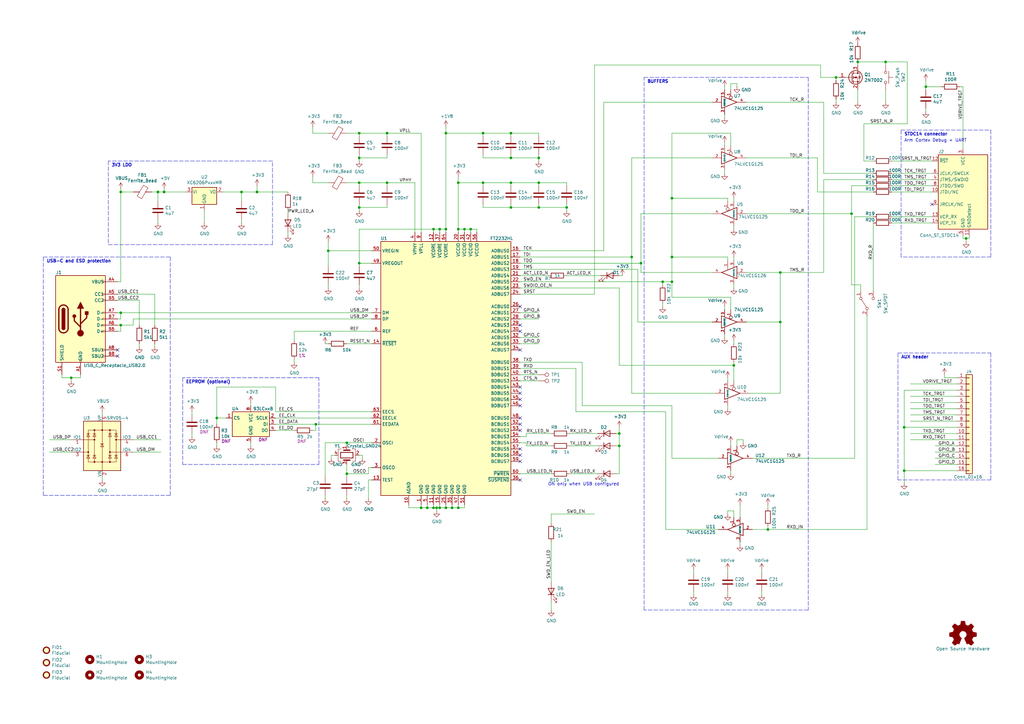
<source format=kicad_sch>
(kicad_sch (version 20211123) (generator eeschema)
  (paper "A3")
  (title_block (title "Steppenprobe") (rev "v1.0") (company "Diego Herranz") (comment 3 "Debugging and boundary scan") (comment 4 "JTAG/SWD and UART/SWO USB interface board"))
  (junction (at 187.96 208.28))
  (junction (at 180.34 93.98))
  (junction (at 147.32 107.95))
  (junction (at 198.12 74.93))
  (junction (at 396.24 97.79))
  (junction (at 64.77 78.74))
  (junction (at 320.04 111.76))
  (junction (at 275.59 115.57))
  (junction (at 320.04 132.08))
  (junction (at 158.75 54.61))
  (junction (at 220.98 85.09))
  (junction (at 275.59 81.28))
  (junction (at 370.84 193.04))
  (junction (at 220.98 74.93))
  (junction (at 209.55 64.77))
  (junction (at 314.96 217.17))
  (junction (at 187.96 74.93))
  (junction (at 105.41 78.74))
  (junction (at 254 177.8))
  (junction (at 134.62 102.87))
  (junction (at 142.24 194.31))
  (junction (at 88.9 171.45))
  (junction (at 220.98 64.77))
  (junction (at 271.78 115.57))
  (junction (at 182.88 54.61))
  (junction (at 49.53 78.74))
  (junction (at 187.96 93.98))
  (junction (at 147.32 54.61))
  (junction (at 193.04 93.98))
  (junction (at 99.06 78.74))
  (junction (at 49.53 128.27))
  (junction (at 147.32 64.77))
  (junction (at 198.12 54.61))
  (junction (at 232.41 85.09))
  (junction (at 209.55 54.61))
  (junction (at 158.75 74.93))
  (junction (at 185.42 208.28))
  (junction (at 190.5 93.98))
  (junction (at 67.31 78.74))
  (junction (at 379.73 35.56))
  (junction (at 177.8 208.28))
  (junction (at 209.55 85.09))
  (junction (at 129.54 173.99))
  (junction (at 262.89 107.95))
  (junction (at 49.53 133.35))
  (junction (at 209.55 74.93))
  (junction (at 179.07 208.28))
  (junction (at 351.79 25.4))
  (junction (at 182.88 93.98))
  (junction (at 342.9 31.75))
  (junction (at 182.88 208.28))
  (junction (at 142.24 181.61))
  (junction (at 349.25 87.63))
  (junction (at 29.21 154.94))
  (junction (at 363.22 25.4))
  (junction (at 172.72 208.28))
  (junction (at 147.32 74.93))
  (junction (at 300.99 149.86))
  (junction (at 275.59 105.41))
  (junction (at 370.84 175.26))
  (junction (at 180.34 208.28))
  (junction (at 175.26 208.28))
  (junction (at 259.08 105.41))
  (junction (at 147.32 85.09))
  (junction (at 254 182.88))
  (junction (at 177.8 93.98))
  (no_connect (at 213.36 186.69))
  (no_connect (at 213.36 163.83))
  (no_connect (at 213.36 173.99))
  (no_connect (at 48.26 146.05))
  (no_connect (at 213.36 161.29))
  (no_connect (at 213.36 176.53))
  (no_connect (at 213.36 135.89))
  (no_connect (at 213.36 166.37))
  (no_connect (at 213.36 189.23))
  (no_connect (at 213.36 133.35))
  (no_connect (at 213.36 125.73))
  (no_connect (at 213.36 143.51))
  (no_connect (at 382.27 83.82))
  (no_connect (at 213.36 184.15))
  (no_connect (at 48.26 143.51))
  (no_connect (at 213.36 158.75))
  (no_connect (at 213.36 171.45))
  (no_connect (at 213.36 196.85))
  (wire (pts (xy 147.32 54.61) (xy 158.75 54.61)))
  (wire (pts (xy 105.41 78.74) (xy 118.11 78.74)))
  (wire (pts (xy 298.45 243.84) (xy 298.45 242.57)))
  (wire (pts (xy 271.78 124.46) (xy 271.78 125.73)))
  (polyline (pts (xy 368.3 144.78) (xy 406.4 144.78)))
  (wire (pts (xy 185.42 207.01) (xy 185.42 208.28)))
  (wire (pts (xy 142.24 194.31) (xy 142.24 195.58)))
  (polyline (pts (xy 17.78 203.2) (xy 17.78 105.41)))
  (wire (pts (xy 198.12 74.93) (xy 187.96 74.93)))
  (wire (pts (xy 190.5 93.98) (xy 193.04 93.98)))
  (wire (pts (xy 392.43 187.96) (xy 383.54 187.96)))
  (wire (pts (xy 64.77 78.74) (xy 67.31 78.74)))
  (wire (pts (xy 379.73 35.56) (xy 379.73 36.83)))
  (wire (pts (xy 297.18 127) (xy 297.18 125.73)))
  (wire (pts (xy 344.17 31.75) (xy 342.9 31.75)))
  (wire (pts (xy 151.13 191.77) (xy 151.13 194.31)))
  (polyline (pts (xy 111.76 66.04) (xy 44.45 66.04)))
  (wire (pts (xy 232.41 74.93) (xy 232.41 76.2)))
  (wire (pts (xy 273.05 217.17) (xy 273.05 168.91)))
  (polyline (pts (xy 369.57 53.34) (xy 406.4 53.34)))
  (wire (pts (xy 147.32 74.93) (xy 158.75 74.93)))
  (wire (pts (xy 247.65 102.87) (xy 247.65 41.91)))
  (wire (pts (xy 41.91 170.18) (xy 41.91 168.91)))
  (wire (pts (xy 387.35 154.94) (xy 392.43 154.94)))
  (wire (pts (xy 243.84 26.67) (xy 243.84 120.65)))
  (wire (pts (xy 392.43 180.34) (xy 373.38 180.34)))
  (wire (pts (xy 151.13 196.85) (xy 152.4 196.85)))
  (wire (pts (xy 147.32 107.95) (xy 152.4 107.95)))
  (wire (pts (xy 262.89 111.76) (xy 262.89 107.95)))
  (wire (pts (xy 300.99 139.7) (xy 300.99 140.97)))
  (wire (pts (xy 300.99 93.98) (xy 300.99 92.71)))
  (wire (pts (xy 245.11 194.31) (xy 233.68 194.31)))
  (wire (pts (xy 247.65 41.91) (xy 292.1 41.91)))
  (polyline (pts (xy 368.3 196.85) (xy 368.3 144.78)))
  (wire (pts (xy 128.27 54.61) (xy 128.27 52.07)))
  (wire (pts (xy 182.88 207.01) (xy 182.88 208.28)))
  (wire (pts (xy 177.8 93.98) (xy 177.8 95.25)))
  (wire (pts (xy 261.62 132.08) (xy 292.1 132.08)))
  (wire (pts (xy 373.38 157.48) (xy 392.43 157.48)))
  (wire (pts (xy 142.24 194.31) (xy 151.13 194.31)))
  (polyline (pts (xy 264.16 31.75) (xy 331.47 31.75)))
  (wire (pts (xy 303.53 223.52) (xy 303.53 222.25)))
  (wire (pts (xy 215.9 179.07) (xy 213.36 179.07)))
  (wire (pts (xy 190.5 93.98) (xy 187.96 93.98)))
  (wire (pts (xy 49.53 135.89) (xy 48.26 135.89)))
  (wire (pts (xy 129.54 173.99) (xy 152.4 173.99)))
  (polyline (pts (xy 74.93 154.94) (xy 74.93 190.5)))
  (wire (pts (xy 254 182.88) (xy 252.73 182.88)))
  (wire (pts (xy 353.06 119.38) (xy 353.06 116.84)))
  (wire (pts (xy 314.96 217.17) (xy 314.96 215.9)))
  (wire (pts (xy 99.06 91.44) (xy 99.06 90.17)))
  (wire (pts (xy 306.07 41.91) (xy 337.82 41.91)))
  (wire (pts (xy 349.25 76.2) (xy 349.25 87.63)))
  (wire (pts (xy 187.96 93.98) (xy 187.96 95.25)))
  (wire (pts (xy 236.22 168.91) (xy 273.05 168.91)))
  (wire (pts (xy 213.36 107.95) (xy 262.89 107.95)))
  (wire (pts (xy 213.36 148.59) (xy 238.76 148.59)))
  (wire (pts (xy 147.32 64.77) (xy 158.75 64.77)))
  (wire (pts (xy 213.36 118.11) (xy 254 118.11)))
  (wire (pts (xy 142.24 182.88) (xy 142.24 181.61)))
  (wire (pts (xy 63.5 120.65) (xy 63.5 133.35)))
  (wire (pts (xy 198.12 63.5) (xy 198.12 64.77)))
  (polyline (pts (xy 406.4 144.78) (xy 406.4 196.85)))
  (wire (pts (xy 152.4 135.89) (xy 120.65 135.89)))
  (wire (pts (xy 392.43 165.1) (xy 373.38 165.1)))
  (wire (pts (xy 209.55 74.93) (xy 209.55 76.2)))
  (wire (pts (xy 382.27 71.12) (xy 365.76 71.12)))
  (wire (pts (xy 99.06 78.74) (xy 105.41 78.74)))
  (wire (pts (xy 320.04 111.76) (xy 337.82 111.76)))
  (wire (pts (xy 213.36 194.31) (xy 226.06 194.31)))
  (wire (pts (xy 128.27 176.53) (xy 129.54 176.53)))
  (wire (pts (xy 254 182.88) (xy 254 177.8)))
  (wire (pts (xy 49.53 78.74) (xy 49.53 77.47)))
  (wire (pts (xy 83.82 86.36) (xy 83.82 91.44)))
  (wire (pts (xy 259.08 64.77) (xy 292.1 64.77)))
  (wire (pts (xy 306.07 64.77) (xy 335.28 64.77)))
  (wire (pts (xy 370.84 193.04) (xy 392.43 193.04)))
  (wire (pts (xy 215.9 182.88) (xy 226.06 182.88)))
  (wire (pts (xy 370.84 160.02) (xy 370.84 175.26)))
  (wire (pts (xy 337.82 71.12) (xy 337.82 41.91)))
  (polyline (pts (xy 44.45 66.04) (xy 44.45 100.33)))
  (wire (pts (xy 147.32 118.11) (xy 147.32 116.84)))
  (wire (pts (xy 342.9 40.64) (xy 342.9 41.91)))
  (wire (pts (xy 64.77 78.74) (xy 64.77 82.55)))
  (wire (pts (xy 349.25 76.2) (xy 358.14 76.2)))
  (wire (pts (xy 213.36 140.97) (xy 220.98 140.97)))
  (wire (pts (xy 226.06 246.38) (xy 226.06 250.19)))
  (wire (pts (xy 259.08 64.77) (xy 259.08 105.41)))
  (wire (pts (xy 134.62 109.22) (xy 134.62 102.87)))
  (wire (pts (xy 245.11 182.88) (xy 233.68 182.88)))
  (wire (pts (xy 308.61 217.17) (xy 314.96 217.17)))
  (wire (pts (xy 254 113.03) (xy 255.27 113.03)))
  (wire (pts (xy 147.32 85.09) (xy 158.75 85.09)))
  (wire (pts (xy 392.43 182.88) (xy 383.54 182.88)))
  (wire (pts (xy 312.42 234.95) (xy 312.42 233.68)))
  (wire (pts (xy 48.26 133.35) (xy 49.53 133.35)))
  (wire (pts (xy 365.76 66.04) (xy 382.27 66.04)))
  (wire (pts (xy 88.9 182.88) (xy 88.9 181.61)))
  (wire (pts (xy 33.02 153.67) (xy 33.02 154.94)))
  (polyline (pts (xy 69.85 203.2) (xy 17.78 203.2)))
  (wire (pts (xy 88.9 173.99) (xy 88.9 171.45)))
  (wire (pts (xy 363.22 41.91) (xy 363.22 36.83)))
  (wire (pts (xy 354.33 50.8) (xy 354.33 66.04)))
  (wire (pts (xy 187.96 74.93) (xy 187.96 93.98)))
  (wire (pts (xy 298.45 156.21) (xy 298.45 154.94)))
  (wire (pts (xy 142.24 181.61) (xy 152.4 181.61)))
  (wire (pts (xy 386.08 35.56) (xy 379.73 35.56)))
  (wire (pts (xy 213.36 120.65) (xy 243.84 120.65)))
  (wire (pts (xy 213.36 102.87) (xy 247.65 102.87)))
  (wire (pts (xy 394.97 97.79) (xy 394.97 96.52)))
  (wire (pts (xy 213.36 105.41) (xy 259.08 105.41)))
  (wire (pts (xy 209.55 83.82) (xy 209.55 85.09)))
  (wire (pts (xy 57.15 123.19) (xy 57.15 133.35)))
  (wire (pts (xy 213.36 128.27) (xy 220.98 128.27)))
  (wire (pts (xy 120.65 176.53) (xy 113.03 176.53)))
  (wire (pts (xy 180.34 207.01) (xy 180.34 208.28)))
  (wire (pts (xy 182.88 54.61) (xy 182.88 93.98)))
  (wire (pts (xy 275.59 187.96) (xy 294.64 187.96)))
  (wire (pts (xy 172.72 208.28) (xy 175.26 208.28)))
  (wire (pts (xy 135.89 187.96) (xy 135.89 186.69)))
  (wire (pts (xy 67.31 78.74) (xy 76.2 78.74)))
  (wire (pts (xy 198.12 85.09) (xy 198.12 83.82)))
  (wire (pts (xy 215.9 177.8) (xy 215.9 179.07)))
  (wire (pts (xy 213.36 138.43) (xy 220.98 138.43)))
  (wire (pts (xy 300.99 118.11) (xy 300.99 116.84)))
  (wire (pts (xy 118.11 87.63) (xy 118.11 86.36)))
  (wire (pts (xy 300.99 106.68) (xy 300.99 105.41)))
  (wire (pts (xy 220.98 66.04) (xy 220.98 64.77)))
  (wire (pts (xy 170.18 95.25) (xy 170.18 74.93)))
  (wire (pts (xy 78.74 179.07) (xy 78.74 177.8)))
  (wire (pts (xy 54.61 130.81) (xy 54.61 133.35)))
  (wire (pts (xy 226.06 177.8) (xy 215.9 177.8)))
  (wire (pts (xy 147.32 55.88) (xy 147.32 54.61)))
  (wire (pts (xy 350.52 88.9) (xy 350.52 187.96)))
  (wire (pts (xy 307.34 161.29) (xy 320.04 161.29)))
  (wire (pts (xy 392.43 175.26) (xy 370.84 175.26)))
  (wire (pts (xy 308.61 187.96) (xy 350.52 187.96)))
  (polyline (pts (xy 369.57 105.41) (xy 369.57 53.34)))
  (wire (pts (xy 300.99 212.09) (xy 300.99 209.55)))
  (wire (pts (xy 118.11 96.52) (xy 118.11 95.25)))
  (wire (pts (xy 302.26 180.34) (xy 304.8 180.34)))
  (wire (pts (xy 152.4 102.87) (xy 134.62 102.87)))
  (wire (pts (xy 158.75 74.93) (xy 158.75 76.2)))
  (wire (pts (xy 254 194.31) (xy 254 182.88)))
  (wire (pts (xy 236.22 151.13) (xy 236.22 168.91)))
  (wire (pts (xy 177.8 93.98) (xy 147.32 93.98)))
  (wire (pts (xy 299.72 36.83) (xy 299.72 34.29)))
  (wire (pts (xy 275.59 54.61) (xy 275.59 81.28)))
  (wire (pts (xy 300.99 209.55) (xy 298.45 209.55)))
  (wire (pts (xy 142.24 54.61) (xy 147.32 54.61)))
  (wire (pts (xy 147.32 93.98) (xy 147.32 107.95)))
  (wire (pts (xy 147.32 76.2) (xy 147.32 74.93)))
  (wire (pts (xy 134.62 140.97) (xy 133.35 140.97)))
  (wire (pts (xy 167.64 208.28) (xy 172.72 208.28)))
  (wire (pts (xy 358.14 66.04) (xy 354.33 66.04)))
  (wire (pts (xy 198.12 54.61) (xy 182.88 54.61)))
  (wire (pts (xy 177.8 208.28) (xy 179.07 208.28)))
  (wire (pts (xy 238.76 148.59) (xy 238.76 166.37)))
  (wire (pts (xy 337.82 71.12) (xy 358.14 71.12)))
  (wire (pts (xy 335.28 78.74) (xy 358.14 78.74)))
  (wire (pts (xy 297.18 48.26) (xy 297.18 46.99)))
  (wire (pts (xy 220.98 85.09) (xy 232.41 85.09)))
  (wire (pts (xy 54.61 185.42) (xy 66.04 185.42)))
  (wire (pts (xy 304.8 180.34) (xy 304.8 181.61)))
  (wire (pts (xy 365.76 73.66) (xy 382.27 73.66)))
  (wire (pts (xy 198.12 74.93) (xy 209.55 74.93)))
  (wire (pts (xy 370.84 198.12) (xy 370.84 193.04)))
  (wire (pts (xy 29.21 154.94) (xy 29.21 156.21)))
  (wire (pts (xy 271.78 115.57) (xy 275.59 115.57)))
  (wire (pts (xy 105.41 76.2) (xy 105.41 78.74)))
  (wire (pts (xy 392.43 185.42) (xy 383.54 185.42)))
  (wire (pts (xy 57.15 142.24) (xy 57.15 140.97)))
  (polyline (pts (xy 331.47 31.75) (xy 331.47 250.19)))
  (wire (pts (xy 243.84 26.67) (xy 336.55 26.67)))
  (wire (pts (xy 254 177.8) (xy 252.73 177.8)))
  (wire (pts (xy 314.96 207.01) (xy 314.96 208.28)))
  (wire (pts (xy 373.38 172.72) (xy 392.43 172.72)))
  (wire (pts (xy 299.72 34.29) (xy 302.26 34.29)))
  (wire (pts (xy 358.14 91.44) (xy 358.14 119.38)))
  (wire (pts (xy 213.36 110.49) (xy 261.62 110.49)))
  (wire (pts (xy 300.99 82.55) (xy 300.99 81.28)))
  (wire (pts (xy 394.97 35.56) (xy 394.97 60.96)))
  (wire (pts (xy 147.32 63.5) (xy 147.32 64.77)))
  (wire (pts (xy 129.54 176.53) (xy 129.54 173.99)))
  (wire (pts (xy 113.03 168.91) (xy 152.4 168.91)))
  (wire (pts (xy 182.88 52.07) (xy 182.88 54.61)))
  (wire (pts (xy 392.43 190.5) (xy 383.54 190.5)))
  (wire (pts (xy 382.27 88.9) (xy 365.76 88.9)))
  (wire (pts (xy 271.78 116.84) (xy 271.78 115.57)))
  (wire (pts (xy 292.1 111.76) (xy 262.89 111.76)))
  (wire (pts (xy 297.18 36.83) (xy 297.18 35.56)))
  (wire (pts (xy 337.82 111.76) (xy 337.82 73.66)))
  (wire (pts (xy 170.18 74.93) (xy 158.75 74.93)))
  (wire (pts (xy 151.13 204.47) (xy 151.13 196.85)))
  (wire (pts (xy 113.03 158.75) (xy 88.9 158.75)))
  (wire (pts (xy 275.59 105.41) (xy 275.59 115.57)))
  (wire (pts (xy 128.27 74.93) (xy 134.62 74.93)))
  (wire (pts (xy 335.28 64.77) (xy 335.28 78.74)))
  (wire (pts (xy 351.79 25.4) (xy 363.22 25.4)))
  (wire (pts (xy 102.87 166.37) (xy 102.87 165.1)))
  (wire (pts (xy 298.45 82.55) (xy 298.45 81.28)))
  (wire (pts (xy 298.45 209.55) (xy 298.45 210.82)))
  (wire (pts (xy 190.5 207.01) (xy 190.5 208.28)))
  (wire (pts (xy 379.73 45.72) (xy 379.73 44.45)))
  (wire (pts (xy 177.8 207.01) (xy 177.8 208.28)))
  (wire (pts (xy 314.96 217.17) (xy 355.6 217.17)))
  (wire (pts (xy 209.55 85.09) (xy 198.12 85.09)))
  (polyline (pts (xy 264.16 250.19) (xy 264.16 31.75)))
  (wire (pts (xy 349.25 87.63) (xy 349.25 116.84)))
  (wire (pts (xy 172.72 54.61) (xy 172.72 95.25)))
  (wire (pts (xy 396.24 97.79) (xy 394.97 97.79)))
  (wire (pts (xy 49.53 130.81) (xy 49.53 128.27)))
  (wire (pts (xy 220.98 74.93) (xy 220.98 76.2)))
  (wire (pts (xy 299.72 182.88) (xy 299.72 181.61)))
  (wire (pts (xy 342.9 31.75) (xy 336.55 31.75)))
  (wire (pts (xy 147.32 64.77) (xy 147.32 66.04)))
  (wire (pts (xy 299.72 194.31) (xy 299.72 193.04)))
  (wire (pts (xy 303.53 212.09) (xy 303.53 207.01)))
  (wire (pts (xy 349.25 87.63) (xy 306.07 87.63)))
  (wire (pts (xy 120.65 148.59) (xy 120.65 147.32)))
  (wire (pts (xy 172.72 207.01) (xy 172.72 208.28)))
  (wire (pts (xy 393.7 35.56) (xy 394.97 35.56)))
  (wire (pts (xy 275.59 121.92) (xy 275.59 115.57)))
  (polyline (pts (xy 406.4 196.85) (xy 368.3 196.85)))
  (wire (pts (xy 209.55 64.77) (xy 220.98 64.77)))
  (wire (pts (xy 187.96 72.39) (xy 187.96 74.93)))
  (wire (pts (xy 372.11 50.8) (xy 372.11 25.4)))
  (wire (pts (xy 180.34 95.25) (xy 180.34 93.98)))
  (wire (pts (xy 134.62 118.11) (xy 134.62 116.84)))
  (wire (pts (xy 25.4 154.94) (xy 25.4 153.67)))
  (wire (pts (xy 175.26 207.01) (xy 175.26 208.28)))
  (wire (pts (xy 373.38 167.64) (xy 392.43 167.64)))
  (wire (pts (xy 220.98 74.93) (xy 232.41 74.93)))
  (wire (pts (xy 142.24 190.5) (xy 142.24 194.31)))
  (wire (pts (xy 133.35 195.58) (xy 133.35 181.61)))
  (wire (pts (xy 220.98 64.77) (xy 220.98 63.5)))
  (wire (pts (xy 91.44 78.74) (xy 99.06 78.74)))
  (polyline (pts (xy 17.78 105.41) (xy 69.85 105.41)))
  (wire (pts (xy 262.89 87.63) (xy 292.1 87.63)))
  (wire (pts (xy 342.9 33.02) (xy 342.9 31.75)))
  (wire (pts (xy 306.07 132.08) (xy 320.04 132.08)))
  (polyline (pts (xy 406.4 53.34) (xy 406.4 105.41)))
  (wire (pts (xy 232.41 85.09) (xy 232.41 86.36)))
  (wire (pts (xy 392.43 170.18) (xy 373.38 170.18)))
  (wire (pts (xy 54.61 133.35) (xy 49.53 133.35)))
  (wire (pts (xy 213.36 181.61) (xy 215.9 181.61)))
  (wire (pts (xy 135.89 186.69) (xy 137.16 186.69)))
  (wire (pts (xy 297.18 59.69) (xy 297.18 58.42)))
  (wire (pts (xy 372.11 25.4) (xy 363.22 25.4)))
  (wire (pts (xy 175.26 208.28) (xy 177.8 208.28)))
  (wire (pts (xy 158.75 54.61) (xy 172.72 54.61)))
  (wire (pts (xy 193.04 93.98) (xy 195.58 93.98)))
  (wire (pts (xy 209.55 54.61) (xy 209.55 55.88)))
  (wire (pts (xy 363.22 26.67) (xy 363.22 25.4)))
  (wire (pts (xy 298.45 234.95) (xy 298.45 233.68)))
  (wire (pts (xy 302.26 182.88) (xy 302.26 180.34)))
  (wire (pts (xy 128.27 72.39) (xy 128.27 74.93)))
  (wire (pts (xy 259.08 161.29) (xy 293.37 161.29)))
  (wire (pts (xy 190.5 95.25) (xy 190.5 93.98)))
  (wire (pts (xy 373.38 162.56) (xy 392.43 162.56)))
  (wire (pts (xy 187.96 207.01) (xy 187.96 208.28)))
  (wire (pts (xy 379.73 35.56) (xy 379.73 33.02)))
  (wire (pts (xy 148.59 187.96) (xy 148.59 186.69)))
  (wire (pts (xy 320.04 161.29) (xy 320.04 132.08)))
  (wire (pts (xy 198.12 54.61) (xy 198.12 55.88)))
  (wire (pts (xy 33.02 154.94) (xy 29.21 154.94)))
  (wire (pts (xy 198.12 74.93) (xy 198.12 76.2)))
  (wire (pts (xy 177.8 93.98) (xy 180.34 93.98)))
  (wire (pts (xy 396.24 97.79) (xy 397.51 97.79)))
  (wire (pts (xy 396.24 99.06) (xy 396.24 97.79)))
  (wire (pts (xy 133.35 181.61) (xy 142.24 181.61)))
  (wire (pts (xy 142.24 204.47) (xy 142.24 203.2)))
  (wire (pts (xy 382.27 76.2) (xy 365.76 76.2)))
  (wire (pts (xy 351.79 25.4) (xy 351.79 26.67)))
  (polyline (pts (xy 111.76 100.33) (xy 111.76 66.04)))
  (wire (pts (xy 224.79 113.03) (xy 213.36 113.03)))
  (wire (pts (xy 133.35 204.47) (xy 133.35 203.2)))
  (wire (pts (xy 29.21 180.34) (xy 20.32 180.34)))
  (wire (pts (xy 167.64 207.01) (xy 167.64 208.28)))
  (wire (pts (xy 185.42 208.28) (xy 187.96 208.28)))
  (wire (pts (xy 158.75 85.09) (xy 158.75 83.82)))
  (wire (pts (xy 299.72 121.92) (xy 275.59 121.92)))
  (wire (pts (xy 148.59 186.69) (xy 147.32 186.69)))
  (wire (pts (xy 129.54 173.99) (xy 113.03 173.99)))
  (wire (pts (xy 312.42 243.84) (xy 312.42 242.57)))
  (wire (pts (xy 254 118.11) (xy 254 149.86)))
  (wire (pts (xy 238.76 166.37) (xy 275.59 166.37)))
  (wire (pts (xy 120.65 139.7) (xy 120.65 135.89)))
  (wire (pts (xy 67.31 77.47) (xy 67.31 78.74)))
  (wire (pts (xy 353.06 116.84) (xy 349.25 116.84)))
  (wire (pts (xy 306.07 111.76) (xy 320.04 111.76)))
  (wire (pts (xy 213.36 130.81) (xy 220.98 130.81)))
  (polyline (pts (xy 130.81 154.94) (xy 74.93 154.94)))
  (wire (pts (xy 41.91 196.85) (xy 41.91 195.58)))
  (wire (pts (xy 213.36 115.57) (xy 271.78 115.57)))
  (wire (pts (xy 142.24 74.93) (xy 147.32 74.93)))
  (wire (pts (xy 88.9 158.75) (xy 88.9 171.45)))
  (wire (pts (xy 180.34 208.28) (xy 182.88 208.28)))
  (wire (pts (xy 54.61 180.34) (xy 66.04 180.34)))
  (polyline (pts (xy 406.4 105.41) (xy 369.57 105.41)))
  (wire (pts (xy 261.62 110.49) (xy 261.62 132.08)))
  (wire (pts (xy 226.06 214.63) (xy 226.06 210.82)))
  (wire (pts (xy 355.6 217.17) (xy 355.6 129.54)))
  (wire (pts (xy 152.4 130.81) (xy 54.61 130.81)))
  (wire (pts (xy 180.34 93.98) (xy 182.88 93.98)))
  (wire (pts (xy 350.52 88.9) (xy 358.14 88.9)))
  (wire (pts (xy 64.77 91.44) (xy 64.77 90.17)))
  (wire (pts (xy 365.76 78.74) (xy 382.27 78.74)))
  (wire (pts (xy 63.5 142.24) (xy 63.5 140.97)))
  (wire (pts (xy 49.53 115.57) (xy 49.53 78.74)))
  (wire (pts (xy 370.84 175.26) (xy 370.84 193.04)))
  (wire (pts (xy 300.99 149.86) (xy 300.99 148.59)))
  (wire (pts (xy 29.21 185.42) (xy 20.32 185.42)))
  (wire (pts (xy 298.45 167.64) (xy 298.45 166.37)))
  (wire (pts (xy 158.75 64.77) (xy 158.75 63.5)))
  (wire (pts (xy 275.59 81.28) (xy 298.45 81.28)))
  (wire (pts (xy 134.62 102.87) (xy 134.62 99.06)))
  (wire (pts (xy 354.33 50.8) (xy 372.11 50.8)))
  (polyline (pts (xy 74.93 190.5) (xy 130.81 190.5)))
  (wire (pts (xy 147.32 85.09) (xy 147.32 86.36)))
  (wire (pts (xy 179.07 209.55) (xy 179.07 208.28)))
  (wire (pts (xy 299.72 54.61) (xy 299.72 59.69)))
  (wire (pts (xy 284.48 243.84) (xy 284.48 242.57)))
  (wire (pts (xy 195.58 93.98) (xy 195.58 95.25)))
  (wire (pts (xy 134.62 54.61) (xy 128.27 54.61)))
  (wire (pts (xy 226.06 238.76) (xy 226.06 222.25)))
  (wire (pts (xy 48.26 123.19) (xy 57.15 123.19)))
  (wire (pts (xy 213.36 156.21) (xy 220.98 156.21)))
  (wire (pts (xy 49.53 128.27) (xy 48.26 128.27)))
  (wire (pts (xy 209.55 74.93) (xy 220.98 74.93)))
  (wire (pts (xy 220.98 83.82) (xy 220.98 85.09)))
  (wire (pts (xy 187.96 208.28) (xy 190.5 208.28)))
  (wire (pts (xy 142.24 140.97) (xy 152.4 140.97)))
  (wire (pts (xy 209.55 64.77) (xy 209.55 63.5)))
  (wire (pts (xy 213.36 151.13) (xy 236.22 151.13)))
  (wire (pts (xy 158.75 54.61) (xy 158.75 55.88)))
  (wire (pts (xy 262.89 87.63) (xy 262.89 107.95)))
  (wire (pts (xy 351.79 36.83) (xy 351.79 41.91)))
  (wire (pts (xy 147.32 83.82) (xy 147.32 85.09)))
  (polyline (pts (xy 331.47 250.19) (xy 264.16 250.19)))
  (wire (pts (xy 299.72 54.61) (xy 275.59 54.61)))
  (wire (pts (xy 226.06 210.82) (xy 243.84 210.82)))
  (wire (pts (xy 382.27 91.44) (xy 365.76 91.44)))
  (wire (pts (xy 336.55 31.75) (xy 336.55 26.67)))
  (wire (pts (xy 29.21 154.94) (xy 25.4 154.94)))
  (wire (pts (xy 215.9 182.88) (xy 215.9 181.61)))
  (wire (pts (xy 209.55 85.09) (xy 220.98 85.09)))
  (polyline (pts (xy 44.45 100.33) (xy 111.76 100.33)))
  (wire (pts (xy 275.59 166.37) (xy 275.59 187.96)))
  (wire (pts (xy 284.48 234.95) (xy 284.48 233.68)))
  (wire (pts (xy 182.88 93.98) (xy 182.88 95.25)))
  (wire (pts (xy 78.74 170.18) (xy 78.74 168.91)))
  (wire (pts (xy 49.53 133.35) (xy 49.53 135.89)))
  (wire (pts (xy 297.18 71.12) (xy 297.18 69.85)))
  (wire (pts (xy 275.59 81.28) (xy 275.59 105.41)))
  (wire (pts (xy 245.11 177.8) (xy 233.68 177.8)))
  (wire (pts (xy 232.41 85.09) (xy 232.41 83.82)))
  (wire (pts (xy 320.04 111.76) (xy 320.04 132.08)))
  (wire (pts (xy 48.26 115.57) (xy 49.53 115.57)))
  (wire (pts (xy 48.26 130.81) (xy 49.53 130.81)))
  (wire (pts (xy 298.45 106.68) (xy 298.45 105.41)))
  (wire (pts (xy 62.23 78.74) (xy 64.77 78.74)))
  (wire (pts (xy 193.04 93.98) (xy 193.04 95.25)))
  (wire (pts (xy 113.03 171.45) (xy 152.4 171.45)))
  (wire (pts (xy 392.43 177.8) (xy 373.38 177.8)))
  (wire (pts (xy 102.87 182.88) (xy 102.87 181.61)))
  (wire (pts (xy 220.98 54.61) (xy 220.98 55.88)))
  (wire (pts (xy 152.4 191.77) (xy 151.13 191.77)))
  (wire (pts (xy 209.55 54.61) (xy 198.12 54.61)))
  (wire (pts (xy 113.03 168.91) (xy 113.03 158.75)))
  (wire (pts (xy 298.45 105.41) (xy 275.59 105.41)))
  (wire (pts (xy 397.51 97.79) (xy 397.51 96.52)))
  (wire (pts (xy 198.12 64.77) (xy 209.55 64.77)))
  (wire (pts (xy 297.18 138.43) (xy 297.18 137.16)))
  (wire (pts (xy 147.32 109.22) (xy 147.32 107.95)))
  (wire (pts (xy 254 194.31) (xy 252.73 194.31)))
  (wire (pts (xy 254 175.26) (xy 254 177.8)))
  (wire (pts (xy 294.64 217.17) (xy 273.05 217.17)))
  (wire (pts (xy 370.84 160.02) (xy 392.43 160.02)))
  (polyline (pts (xy 130.81 190.5) (xy 130.81 154.94)))
  (wire (pts (xy 299.72 121.92) (xy 299.72 127)))
  (wire (pts (xy 337.82 73.66) (xy 358.14 73.66)))
  (wire (pts (xy 88.9 171.45) (xy 92.71 171.45)))
  (wire (pts (xy 254 149.86) (xy 300.99 149.86)))
  (wire (pts (xy 48.26 120.65) (xy 63.5 120.65)))
  (wire (pts (xy 300.99 149.86) (xy 300.99 156.21)))
  (wire (pts (xy 99.06 82.55) (xy 99.06 78.74)))
  (wire (pts (xy 49.53 78.74) (xy 54.61 78.74)))
  (wire (pts (xy 213.36 153.67) (xy 220.98 153.67)))
  (wire (pts (xy 182.88 208.28) (xy 185.42 208.28)))
  (wire (pts (xy 302.26 34.29) (xy 302.26 35.56)))
  (wire (pts (xy 49.53 128.27) (xy 152.4 128.27)))
  (polyline (pts (xy 69.85 105.41) (xy 69.85 203.2)))
  (wire (pts (xy 232.41 113.03) (xy 246.38 113.03)))
  (wire (pts (xy 259.08 105.41) (xy 259.08 161.29)))
  (wire (pts (xy 387.35 154.94) (xy 387.35 153.67)))
  (wire (pts (xy 220.98 54.61) (xy 209.55 54.61)))
  (wire (pts (xy 179.07 208.28) (xy 180.34 208.28)))
  (text "EEPROM (optional)" (at 76.2 157.48 0) (effects (font (size 1.27 1.27) (thickness 0.254) bold) (justify left bottom)))
  (text "ON only when USB configured" (at 224.79 199.39 0) (effects (font (size 1.27 1.27)) (justify left bottom)))
  (text "Arm Cortex Debug + UART" (at 370.84 58.42 0) (effects (font (size 1.27 1.27)) (justify left bottom)))
  (text "3V3 LDO" (at 45.72 68.58 0) (effects (font (size 1.27 1.27) (thickness 0.254) bold) (justify left bottom)))
  (text "AUX header" (at 369.57 147.32 0) (effects (font (size 1.27 1.27) (thickness 0.254) bold) (justify left bottom)))
  (text "STDC14 connector" (at 370.84 55.88 0) (effects (font (size 1.27 1.27) (thickness 0.254) bold) (justify left bottom)))
  (text "USB-C and ESD protection" (at 19.05 107.95 0) (effects (font (size 1.27 1.27) (thickness 0.254) bold) (justify left bottom)))
  (text "BUFFERS" (at 265.43 34.29 0) (effects (font (size 1.27 1.27) (thickness 0.254) bold) (justify left bottom)))
  (label "RXD_IN" (at 322.58 217.17 0))
  (label "GPIO_A" (at 214.63 128.27 0))
  (label "USB_DM" (at 55.88 185.42 0))
  (label "USB_CC2" (at 21.59 185.42 0))
  (label "TMS_TRGT" (at 378.46 170.18 0))
  (label "GPIO_B" (at 384.81 185.42 0))
  (label "TXD" (at 214.63 148.59 0))
  (label "EE_DATA" (at 114.3 173.99 0))
  (label "TXD_TRGT" (at 370.84 88.9 0))
  (label "USB_LED_K" (at 233.68 194.31 0))
  (label "TDO" (at 214.63 107.95 0))
  (label "TDO_R" (at 323.85 87.63 0))
  (label "GPIO_A" (at 384.81 182.88 0))
  (label "SRST_N_R" (at 356.87 50.8 0))
  (label "RX_LED_N" (at 215.9 177.8 0))
  (label "TMS_R" (at 323.85 111.76 0))
  (label "TMS_TRGT" (at 370.84 73.66 0))
  (label "TXD_R" (at 322.58 187.96 0))
  (label "SWDIO_OE_N" (at 214.63 118.11 0))
  (label "TCK_R" (at 323.85 41.91 0))
  (label "EE_CS" (at 114.3 168.91 0))
  (label "SWD_EN" (at 214.63 115.57 0))
  (label "RXD_TRGT" (at 378.46 180.34 0))
  (label "ACT_LED_N" (at 214.63 113.03 0))
  (label "TDO_TRGT" (at 370.84 76.2 0))
  (label "USB_DP" (at 21.59 180.34 0))
  (label "VDRIVE_TRGT" (at 378.46 157.48 0))
  (label "SRST" (at 214.63 120.65 0))
  (label "VDRIVE_TRGT" (at 394.97 36.83 270))
  (label "SWD_EN_LED" (at 226.06 225.425 270))
  (label "GPIO_C" (at 214.63 138.43 0))
  (label "RTS_N" (at 214.63 153.67 0))
  (label "ACT_LED_K" (at 242.57 113.03 180))
  (label "GPIO_D" (at 214.63 140.97 0))
  (label "TCK" (at 214.63 102.87 0))
  (label "RXD_TRGT" (at 370.84 91.44 0))
  (label "EE_DO" (at 114.3 176.53 0))
  (label "TDI_TRGT" (at 370.84 78.74 0))
  (label "GPIO_D" (at 384.81 190.5 0))
  (label "REF" (at 143.51 135.89 0))
  (label "USB_DM" (at 143.51 128.27 0))
  (label "OSCO" (at 144.78 194.31 0))
  (label "VPLL" (at 163.83 54.61 0))
  (label "SRST_N_TRGT" (at 369.57 66.04 0))
  (label "PWR_LED_A" (at 118.11 87.63 0))
  (label "USB_LED_N" (at 215.9 194.31 0))
  (label "RXD_R" (at 358.14 100.33 270))
  (label "EE_CLK" (at 114.3 171.45 0))
  (label "CTS_N" (at 214.63 156.21 0))
  (label "USB_CC1" (at 48.26 120.65 0))
  (label "TCK_TRGT" (at 378.46 162.56 0))
  (label "TDI_R" (at 323.85 64.77 0))
  (label "GPIO_C" (at 384.81 187.96 0))
  (label "TDI_TRGT" (at 378.46 165.1 0))
  (label "TDO_TRGT" (at 378.46 167.64 0))
  (label "RXD" (at 214.63 151.13 0))
  (label "TDI" (at 214.63 105.41 0))
  (label "TCK_TRGT" (at 370.84 71.12 0))
  (label "VPHY" (at 163.83 74.93 0))
  (label "RESET_N" (at 143.51 140.97 0))
  (label "TX_LED_N" (at 215.9 182.88 0))
  (label "TMS" (at 214.63 110.49 0))
  (label "GPIO_B" (at 214.63 130.81 0))
  (label "TXD_TRGT" (at 378.46 177.8 0))
  (label "USB_DP" (at 143.51 130.81 0))
  (label "OSCI" (at 144.78 181.61 0))
  (label "USB_CC2" (at 48.26 123.19 0))
  (label "SWD_EN" (at 232.41 210.82 0))
  (label "SRST_N_TRGT" (at 378.46 172.72 0))
  (label "USB_CC1" (at 55.88 180.34 0))
  (label "TX_LED_K" (at 233.68 182.88 0))
  (label "RX_LED_K" (at 233.68 177.8 0))
  (symbol (lib_id "power:GND") (at 300.99 93.98 0) (mirror y) (unit 1)
    (property "Reference" "#PWR045" (effects hide))
    (property "Value" "GND" (at 304.8 95.25 0))
  )
  (symbol (lib_id "Device:R") (at 138.43 140.97 270) (unit 1)
    (property "Reference" "R6" (at 134.62 143.51 90))
    (property "Value" "10k" (at 142.24 143.51 90))
    (property "Footprint" "Resistor_SMD:R_0603_1608Metric" (effects hide))
    (property "LCSC_PN" "C25804" (effects hide))
    (property "Tolerance" "5%" (effects hide))
  )
  (symbol (lib_id "power:GND") (at 135.89 187.96 0) (unit 1)
    (property "Reference" "#PWR0107" (effects hide))
    (property "Value" "GND" (at 138.43 190.5 0))
  )
  (symbol (lib_id "Connector:TestPoint") (at 220.98 156.21 270) (unit 1)
    (property "Reference" "TP2" (at 226.06 156.21 90) (effects (justify left)))
    (property "Value" "TestPoint" (effects hide))
    (property "Footprint" "TestPoint:TestPoint_Pad_D1.0mm" (effects hide))
  )
  (symbol (lib_id "Device:C") (at 78.74 173.99 0) (unit 1)
    (property "Reference" "C18" (at 81.661 172.8216 0) (effects (justify left)))
    (property "Value" "100nF" (at 81.661 175.133 0) (effects (justify left)))
    (property "Footprint" "Capacitor_SMD:C_0603_1608Metric" (effects hide))
    (property "kibom_fit" "DNF" (at 83.82 177.165 0))
  )
  (symbol (lib_id "Device:R") (at 229.87 182.88 270) (unit 1)
    (property "Reference" "R9" (at 227.33 185.42 90))
    (property "Value" "1k" (at 232.41 185.42 90))
    (property "Footprint" "Resistor_SMD:R_0603_1608Metric" (effects hide))
    (property "LCSC_PN" "C21190" (effects hide))
    (property "Tolerance" "5%" (effects hide))
  )
  (symbol (lib_id "74xxGxx_power_pins:74LVC1G125-74xGxx") (at 298.45 87.63 0) (mirror y) (unit 1)
    (property "Reference" "U5" (at 304.8 83.82 0) (effects (justify left)))
    (property "Value" "74LVC1G125" (at 314.96 88.9 0) (effects (justify left)))
    (property "Footprint" "Package_TO_SOT_SMD:SOT-353_SC-70-5" (effects hide))
    (property "Datasheet" "http://www.ti.com/lit/sg/scyt129e/scyt129e.pdf" (effects hide))
    (property "LCSC_PN" "C12519" (effects hide))
    (property "MPN" "74LVC1G125GW,125" (effects hide))
    (property "Manufacturer" "Nexperia" (effects hide))
    (property "MPN2" "SN74LVC1G125DCK" (effects hide))
    (property "Manufacturer2" "Texas Instruments" (effects hide))
  )
  (symbol (lib_id "Device:C") (at 198.12 59.69 0) (unit 1)
    (property "Reference" "C10" (at 201.041 58.5216 0) (effects (justify left)))
    (property "Value" "100nF" (at 201.041 60.833 0) (effects (justify left)))
    (property "Footprint" "Capacitor_SMD:C_0603_1608Metric" (effects hide))
    (property "LCSC_PN" "C14663" (effects hide))
    (property "MPN" "CC0603KRX7R9BB104" (effects hide))
    (property "Manufacturer" "Yageo" (effects hide))
    (property "MPN2" "CL10B104KB8NNNC" (effects hide))
    (property "Manufacturer2" "Samsung Electro-Mechanics" (effects hide))
    (property "Tolerance" "10%" (effects hide))
    (property "Type" "X5R/X7R" (effects hide))
  )
  (symbol (lib_id "74xxGxx_power_pins:74LVC1G125-74xGxx") (at 300.99 217.17 0) (mirror y) (unit 1)
    (property "Reference" "U11" (at 293.5224 216.0016 0) (effects (justify left)))
    (property "Value" "74LVC1G125" (at 293.5224 218.313 0) (effects (justify left)))
    (property "Footprint" "Package_TO_SOT_SMD:SOT-353_SC-70-5" (effects hide))
    (property "Datasheet" "http://www.ti.com/lit/sg/scyt129e/scyt129e.pdf" (effects hide))
    (property "LCSC_PN" "C12519" (effects hide))
    (property "MPN" "74LVC1G125GW,125" (effects hide))
    (property "Manufacturer" "Nexperia" (effects hide))
    (property "MPN2" "SN74LVC1G125DCK" (effects hide))
    (property "Manufacturer2" "Texas Instruments" (effects hide))
  )
  (symbol (lib_id "Device:R") (at 271.78 120.65 180) (unit 1)
    (property "Reference" "R22" (at 274.32 118.11 90))
    (property "Value" "10k" (at 274.32 123.19 90))
    (property "Footprint" "Resistor_SMD:R_0603_1608Metric" (effects hide))
    (property "LCSC_PN" "C25804" (effects hide))
    (property "Tolerance" "5%" (effects hide))
  )
  (symbol (lib_id "Device:Ferrite_Bead") (at 138.43 54.61 270) (unit 1)
    (property "Reference" "FB2" (at 138.43 47.6504 90))
    (property "Value" "Ferrite_Bead" (at 138.43 49.9618 90))
    (property "Footprint" "Inductor_SMD:L_0603_1608Metric" (effects hide))
    (property "LCSC_PN" "C85831" (effects hide))
    (property "MPN2" "BKP1608HS121-T" (effects hide))
    (property "Manufacturer2" "Taiyo Yuden" (effects hide))
    (property "MPN" "BLM18KG121TN1D" (effects hide))
    (property "Manufacturer" "Murata Electronics" (effects hide))
  )
  (symbol (lib_id "Device:C") (at 142.24 199.39 0) (unit 1)
    (property "Reference" "C4" (at 145.161 198.2216 0) (effects (justify left)))
    (property "Value" "27pF" (at 145.161 200.533 0) (effects (justify left)))
    (property "Footprint" "Capacitor_SMD:C_0603_1608Metric" (effects hide))
    (property "LCSC_PN" "C1656" (effects hide))
    (property "MPN" "C0603C270J5GAC" (effects hide))
    (property "Manufacturer" "Kemet" (effects hide))
    (property "MPN2" "CL10C270JB8NNNC" (effects hide))
    (property "Manufacturer2" "Samsung Electro-Mechanics" (effects hide))
    (property "Tolerance" "5%" (effects hide))
    (property "Type" "C0G" (effects hide))
  )
  (symbol (lib_id "Connector:USB_C_Receptacle_USB2.0") (at 33.02 130.81 0) (unit 1)
    (property "Reference" "J1" (at 24.13 111.76 0))
    (property "Value" "USB_C_Receptacle_USB2.0" (at 46.99 149.86 0))
    (property "Footprint" "Connector_USB:USB_C_Receptacle_GCT_USB4085" (effects hide))
    (property "Datasheet" "https://www.usb.org/sites/default/files/documents/usb_type-c.zip" (effects hide))
    (property "MPN" "USB4085-GF-A" (effects hide))
    (property "Manufacturer" "GCT" (effects hide))
  )
  (symbol (lib_id "power:GND") (at 363.22 41.91 0) (unit 1)
    (property "Reference" "#PWR0101" (effects hide))
    (property "Value" "GND" (at 363.347 46.3042 0))
  )
  (symbol (lib_id "power:GND") (at 226.06 250.19 0) (unit 1)
    (property "Reference" "#PWR0106" (effects hide))
    (property "Value" "GND" (at 226.187 254.5842 0))
  )
  (symbol (lib_id "Device:R") (at 342.9 36.83 180) (unit 1)
    (property "Reference" "R24" (at 345.44 34.29 90))
    (property "Value" "10k" (at 345.44 39.37 90))
    (property "Footprint" "Resistor_SMD:R_0603_1608Metric" (effects hide))
    (property "LCSC_PN" "C25804" (effects hide))
    (property "Tolerance" "5%" (effects hide))
  )
  (symbol (lib_id "power:+3V3") (at 78.74 168.91 0) (unit 1)
    (property "Reference" "#PWR058" (effects hide))
    (property "Value" "+3V3" (at 79.121 164.5158 0))
  )
  (symbol (lib_id "power:GND") (at 147.32 66.04 0) (unit 1)
    (property "Reference" "#PWR022" (effects hide))
    (property "Value" "GND" (at 147.447 70.4342 0))
  )
  (symbol (lib_id "power:GND") (at 142.24 204.47 0) (unit 1)
    (property "Reference" "#PWR020" (effects hide))
    (property "Value" "GND" (at 142.367 208.8642 0))
  )
  (symbol (lib_id "Device:R") (at 229.87 194.31 270) (unit 1)
    (property "Reference" "R10" (at 227.33 196.85 90))
    (property "Value" "1k" (at 232.41 196.85 90))
    (property "Footprint" "Resistor_SMD:R_0603_1608Metric" (effects hide))
    (property "LCSC_PN" "C21190" (effects hide))
    (property "Tolerance" "5%" (effects hide))
  )
  (symbol (lib_id "Device:R") (at 361.95 76.2 270) (unit 1)
    (property "Reference" "R15" (at 356.87 74.93 90))
    (property "Value" "100R" (at 367.03 74.93 90))
    (property "Footprint" "Resistor_SMD:R_0603_1608Metric" (effects hide))
    (property "LCSC_PN" "C22775" (effects hide))
    (property "Tolerance" "5%" (effects hide))
  )
  (symbol (lib_id "Device:C") (at 133.35 199.39 0) (unit 1)
    (property "Reference" "C3" (at 128.27 198.12 0) (effects (justify left)))
    (property "Value" "27pF" (at 125.73 200.66 0) (effects (justify left)))
    (property "Footprint" "Capacitor_SMD:C_0603_1608Metric" (effects hide))
    (property "LCSC_PN" "C1656" (effects hide))
    (property "MPN" "C0603C270J5GAC" (effects hide))
    (property "Manufacturer" "Kemet" (effects hide))
    (property "MPN2" "CL10C270JB8NNNC" (effects hide))
    (property "Manufacturer2" "Samsung Electro-Mechanics" (effects hide))
    (property "Tolerance" "5%" (effects hide))
    (property "Type" "C0G" (effects hide))
  )
  (symbol (lib_id "Mechanical:Fiducial") (at 19.05 276.86 0) (unit 1)
    (property "Reference" "FID3" (at 21.209 275.6916 0) (effects (justify left)))
    (property "Value" "Fiducial" (at 21.209 278.003 0) (effects (justify left)))
    (property "Footprint" "Fiducial:Fiducial_1mm_Mask2mm" (effects hide))
  )
  (symbol (lib_id "power:GND") (at 351.79 41.91 0) (unit 1)
    (property "Reference" "#PWR061" (effects hide))
    (property "Value" "GND" (at 351.917 46.3042 0))
  )
  (symbol (lib_id "power:GND") (at 300.99 118.11 0) (mirror y) (unit 1)
    (property "Reference" "#PWR047" (effects hide))
    (property "Value" "GND" (at 304.8 119.38 0))
  )
  (symbol (lib_id "Device:C") (at 209.55 80.01 0) (unit 1)
    (property "Reference" "C14" (at 212.471 78.8416 0) (effects (justify left)))
    (property "Value" "100nF" (at 212.471 81.153 0) (effects (justify left)))
    (property "Footprint" "Capacitor_SMD:C_0603_1608Metric" (effects hide))
    (property "LCSC_PN" "C14663" (effects hide))
    (property "MPN" "CC0603KRX7R9BB104" (effects hide))
    (property "Manufacturer" "Yageo" (effects hide))
    (property "MPN2" "CL10B104KB8NNNC" (effects hide))
    (property "Manufacturer2" "Samsung Electro-Mechanics" (effects hide))
    (property "Tolerance" "10%" (effects hide))
    (property "Type" "X5R/X7R" (effects hide))
  )
  (symbol (lib_id "power:GND") (at 232.41 86.36 0) (unit 1)
    (property "Reference" "#PWR029" (effects hide))
    (property "Value" "GND" (at 232.537 90.7542 0))
  )
  (symbol (lib_id "Device:R") (at 389.89 35.56 270) (unit 1)
    (property "Reference" "R11" (at 389.89 30.3022 90))
    (property "Value" "100R" (at 389.89 32.6136 90))
    (property "Footprint" "Resistor_SMD:R_0603_1608Metric" (effects hide))
    (property "LCSC_PN" "C22775" (effects hide))
    (property "Tolerance" "5%" (effects hide))
  )
  (symbol (lib_id "Power_Protection:SRV05-4") (at 41.91 182.88 0) (unit 1)
    (property "Reference" "U3" (at 35.56 171.45 0))
    (property "Value" "SRV05-4" (at 48.26 171.45 0))
    (property "Footprint" "Package_TO_SOT_SMD:SOT-23-6" (effects hide))
    (property "Datasheet" "http://www.onsemi.com/pub/Collateral/SRV05-4-D.PDF" (effects hide))
    (property "LCSC_PN" "C85364" (effects hide))
    (property "Manufacturer2" "ProTek Devices" (effects hide))
    (property "MPN2" "SRV05-4-P-T7" (effects hide))
    (property "MPN" "SRV05-4HTG-D" (effects hide))
    (property "Manufacturer" "Littelfuse" (effects hide))
  )
  (symbol (lib_id "power:GND") (at 179.07 209.55 0) (unit 1)
    (property "Reference" "#PWR026" (effects hide))
    (property "Value" "GND" (at 179.197 213.9442 0))
  )
  (symbol (lib_id "power:+5V") (at 67.31 77.47 0) (unit 1)
    (property "Reference" "#PWR08" (effects hide))
    (property "Value" "+5V" (at 67.691 73.0758 0))
  )
  (symbol (lib_id "power:GND") (at 302.26 35.56 0) (unit 1)
    (property "Reference" "#PWR048" (effects hide))
    (property "Value" "GND" (at 306.07 36.83 0))
  )
  (symbol (lib_id "Device:R") (at 226.06 218.44 180) (unit 1)
    (property "Reference" "R21" (at 228.6 217.17 0))
    (property "Value" "1k" (at 229.87 219.71 0))
    (property "Footprint" "Resistor_SMD:R_0603_1608Metric" (effects hide))
    (property "LCSC_PN" "C21190" (effects hide))
    (property "Tolerance" "5%" (effects hide))
  )
  (symbol (lib_id "power:Vdrive") (at 299.72 181.61 0) (unit 1)
    (property "Reference" "#PWR042" (effects hide))
    (property "Value" "Vdrive" (at 295.91 179.07 0))
  )
  (symbol (lib_id "power:+3V3") (at 387.35 153.67 0) (unit 1)
    (property "Reference" "#PWR0104" (effects hide))
    (property "Value" "+3V3" (at 387.731 149.2758 0))
  )
  (symbol (lib_id "power:GND") (at 147.32 118.11 0) (unit 1)
    (property "Reference" "#PWR024" (effects hide))
    (property "Value" "GND" (at 147.447 122.5042 0))
  )
  (symbol (lib_id "power:GND") (at 370.84 198.12 0) (unit 1)
    (property "Reference" "#PWR0105" (effects hide))
    (property "Value" "GND" (at 370.967 202.5142 0))
  )
  (symbol (lib_id "Device:R") (at 228.6 113.03 90) (unit 1)
    (property "Reference" "R7" (at 224.79 114.3 90))
    (property "Value" "1k" (at 228.6 113.03 90))
    (property "Footprint" "Resistor_SMD:R_0603_1608Metric" (effects hide))
    (property "LCSC_PN" "C21190" (effects hide))
    (property "Tolerance" "5%" (effects hide))
  )
  (symbol (lib_id "power:GND") (at 133.35 204.47 0) (unit 1)
    (property "Reference" "#PWR018" (effects hide))
    (property "Value" "GND" (at 133.477 208.8642 0))
  )
  (symbol (lib_id "power:GND") (at 148.59 187.96 0) (unit 1)
    (property "Reference" "#PWR0103" (effects hide))
    (property "Value" "GND" (at 146.05 190.5 0))
  )
  (symbol (lib_id "Mechanical:MountingHole") (at 36.83 270.51 0) (unit 1)
    (property "Reference" "H1" (at 39.37 269.3416 0) (effects (justify left)))
    (property "Value" "MountingHole" (at 39.37 271.653 0) (effects (justify left)))
    (property "Footprint" "MountingHole:MountingHole_3.2mm_M3" (effects hide))
  )
  (symbol (lib_id "Mechanical:Fiducial") (at 19.05 271.78 0) (unit 1)
    (property "Reference" "FID2" (at 21.209 270.6116 0) (effects (justify left)))
    (property "Value" "Fiducial" (at 21.209 272.923 0) (effects (justify left)))
    (property "Footprint" "Fiducial:Fiducial_1mm_Mask2mm" (effects hide))
  )
  (symbol (lib_id "power:VBUS") (at 41.91 168.91 0) (unit 1)
    (property "Reference" "#PWR02" (effects hide))
    (property "Value" "VBUS" (at 42.291 164.5158 0))
  )
  (symbol (lib_id "Device:C") (at 209.55 59.69 0) (unit 1)
    (property "Reference" "C11" (at 212.471 58.5216 0) (effects (justify left)))
    (property "Value" "100nF" (at 212.471 60.833 0) (effects (justify left)))
    (property "Footprint" "Capacitor_SMD:C_0603_1608Metric" (effects hide))
    (property "LCSC_PN" "C14663" (effects hide))
    (property "MPN" "CC0603KRX7R9BB104" (effects hide))
    (property "Manufacturer" "Yageo" (effects hide))
    (property "MPN2" "CL10B104KB8NNNC" (effects hide))
    (property "Manufacturer2" "Samsung Electro-Mechanics" (effects hide))
    (property "Tolerance" "10%" (effects hide))
    (property "Type" "X5R/X7R" (effects hide))
  )
  (symbol (lib_id "Device:Ferrite_Bead") (at 138.43 74.93 270) (unit 1)
    (property "Reference" "FB3" (at 138.43 67.9704 90))
    (property "Value" "Ferrite_Bead" (at 138.43 70.2818 90))
    (property "Footprint" "Inductor_SMD:L_0603_1608Metric" (effects hide))
    (property "LCSC_PN" "C85831" (effects hide))
    (property "MPN2" "BKP1608HS121-T" (effects hide))
    (property "Manufacturer2" "Taiyo Yuden" (effects hide))
    (property "MPN" "BLM18KG121TN1D" (effects hide))
    (property "Manufacturer" "Murata Electronics" (effects hide))
  )
  (symbol (lib_id "Memory_EEPROM:93LCxxB") (at 102.87 173.99 0) (unit 1)
    (property "Reference" "U4" (at 96.52 167.64 0))
    (property "Value" "93LCxxB" (at 107.95 167.64 0))
    (property "Footprint" "Package_SO:SOIC-8_3.9x4.9mm_P1.27mm" (effects hide))
    (property "Datasheet" "http://ww1.microchip.com/downloads/en/DeviceDoc/20001749K.pdf" (effects hide))
    (property "kibom_fit" "DNF" (at 107.95 180.34 0))
  )
  (symbol (lib_id "Switch:SW_Push") (at 363.22 31.75 270) (unit 1)
    (property "Reference" "SW2" (at 370.459 31.75 0))
    (property "Value" "SW_Push" (at 368.1476 31.75 0))
    (property "Footprint" "Button_Switch_SMD:SW_Push_1P1T_NO_E-Switch_TL3301NxxxxxG" (effects hide))
    (property "MPN" "PTS645SK43SMTR92 LFS" (effects hide))
    (property "Manufacturer" "C&K" (effects hide))
    (property "MPN2" "FSM2JSMAATR" (effects hide))
    (property "Manufacturer2" "TE Connectivity" (effects hide))
  )
  (symbol (lib_id "Device:R") (at 63.5 137.16 0) (unit 1)
    (property "Reference" "R2" (at 65.278 135.9916 0) (effects (justify left)))
    (property "Value" "5k1" (at 65.278 138.303 0) (effects (justify left)))
    (property "Footprint" "Resistor_SMD:R_0603_1608Metric" (effects hide))
    (property "LCSC_PN" "C23186" (effects hide))
    (property "Tolerance" "5%" (effects hide))
  )
  (symbol (lib_id "Device:C") (at 220.98 80.01 0) (unit 1)
    (property "Reference" "C15" (at 223.901 78.8416 0) (effects (justify left)))
    (property "Value" "100nF" (at 223.901 81.153 0) (effects (justify left)))
    (property "Footprint" "Capacitor_SMD:C_0603_1608Metric" (effects hide))
    (property "LCSC_PN" "C14663" (effects hide))
    (property "MPN" "CC0603KRX7R9BB104" (effects hide))
    (property "Manufacturer" "Yageo" (effects hide))
    (property "MPN2" "CL10B104KB8NNNC" (effects hide))
    (property "Manufacturer2" "Samsung Electro-Mechanics" (effects hide))
    (property "Tolerance" "10%" (effects hide))
    (property "Type" "X5R/X7R" (effects hide))
  )
  (symbol (lib_id "power:GND") (at 29.21 156.21 0) (unit 1)
    (property "Reference" "#PWR01" (effects hide))
    (property "Value" "GND" (at 29.337 160.6042 0))
  )
  (symbol (lib_id "Graphic:Logo_Open_Hardware_Small") (at 394.97 260.35 0) (unit 1)
    (property "Reference" "LOGO1" (effects hide))
    (property "Value" "Open Source Hardware" (at 394.97 266.065 0))
    (property "Footprint" "Symbol:OSHW-Logo_7.5x8mm_SilkScreen" (effects hide))
  )
  (symbol (lib_id "power:+3V3") (at 187.96 72.39 0) (unit 1)
    (property "Reference" "#PWR028" (effects hide))
    (property "Value" "+3V3" (at 188.341 67.9958 0))
  )
  (symbol (lib_id "power:GND") (at 299.72 194.31 0) (unit 1)
    (property "Reference" "#PWR043" (effects hide))
    (property "Value" "GND" (at 295.91 195.58 0))
  )
  (symbol (lib_id "Device:R") (at 361.95 88.9 270) (unit 1)
    (property "Reference" "R19" (at 356.87 87.63 90))
    (property "Value" "100R" (at 367.03 87.63 90))
    (property "Footprint" "Resistor_SMD:R_0603_1608Metric" (effects hide))
    (property "LCSC_PN" "C22775" (effects hide))
    (property "Tolerance" "5%" (effects hide))
  )
  (symbol (lib_id "Device:C") (at 64.77 86.36 0) (unit 1)
    (property "Reference" "C1" (at 67.691 85.1916 0) (effects (justify left)))
    (property "Value" "4u7" (at 67.691 87.503 0) (effects (justify left)))
    (property "Footprint" "Capacitor_SMD:C_0603_1608Metric" (effects hide))
    (property "LCSC_PN" "C19666" (effects hide))
    (property "MPN" "CL10A475KO8NNNC" (effects hide))
    (property "Manufacturer" "Samsung Electro-Mechanics" (effects hide))
    (property "MPN2" "EMK107ABJ475KA-T" (effects hide))
    (property "Manufacturer2" "Taiyo Yuden" (effects hide))
    (property "Tolerance" "10%" (effects hide))
    (property "Type" "X5R/X7R" (effects hide))
  )
  (symbol (lib_id "Device:C") (at 147.32 59.69 0) (unit 1)
    (property "Reference" "C5" (at 150.241 58.5216 0) (effects (justify left)))
    (property "Value" "4u7" (at 150.241 60.833 0) (effects (justify left)))
    (property "Footprint" "Capacitor_SMD:C_0603_1608Metric" (effects hide))
    (property "LCSC_PN" "C19666" (effects hide))
    (property "MPN" "CL10A475KO8NNNC" (effects hide))
    (property "Manufacturer" "Samsung Electro-Mechanics" (effects hide))
    (property "MPN2" "EMK107ABJ475KA-T" (effects hide))
    (property "Manufacturer2" "Taiyo Yuden" (effects hide))
    (property "Tolerance" "10%" (effects hide))
    (property "Type" "X5R/X7R" (effects hide))
  )
  (symbol (lib_id "Device:LED") (at 226.06 242.57 90) (unit 1)
    (property "Reference" "D6" (at 229.87 241.3 90))
    (property "Value" "LED" (at 229.87 243.84 90))
    (property "Footprint" "LED_SMD:LED_0603_1608Metric" (effects hide))
    (property "LCSC_PN" "C72043" (effects hide))
    (property "MPN" "19-217/GHC-YR1S2/3T" (effects hide))
    (property "Manufacturer" "Everlight Elec" (effects hide))
    (property "MPN2" "150060GS75000" (effects hide))
    (property "Manufacturer2" "Wurth Electronic" (effects hide))
  )
  (symbol (lib_id "Device:LED") (at 118.11 91.44 90) (unit 1)
    (property "Reference" "D5" (at 121.92 90.17 90))
    (property "Value" "LED" (at 121.92 92.71 90))
    (property "Footprint" "LED_SMD:LED_0603_1608Metric" (effects hide))
    (property "LCSC_PN" "C72043" (effects hide))
    (property "MPN" "19-217/GHC-YR1S2/3T" (effects hide))
    (property "Manufacturer" "Everlight Elec" (effects hide))
    (property "MPN2" "150060GS75000" (effects hide))
    (property "Manufacturer2" "Wurth Electronic" (effects hide))
  )
  (symbol (lib_id "power:GND") (at 99.06 91.44 0) (unit 1)
    (property "Reference" "#PWR014" (effects hide))
    (property "Value" "GND" (at 99.187 95.8342 0))
  )
  (symbol (lib_id "power:+3V3") (at 128.27 72.39 0) (unit 1)
    (property "Reference" "#PWR017" (effects hide))
    (property "Value" "+3V3" (at 128.651 67.9958 0))
  )
  (symbol (lib_id "power:Vdrive") (at 298.45 154.94 0) (unit 1)
    (property "Reference" "#PWR039" (effects hide))
    (property "Value" "Vdrive" (at 294.64 152.4 0))
  )
  (symbol (lib_id "Mechanical:MountingHole") (at 36.83 276.86 0) (unit 1)
    (property "Reference" "H2" (at 39.37 275.6916 0) (effects (justify left)))
    (property "Value" "MountingHole" (at 39.37 278.003 0) (effects (justify left)))
    (property "Footprint" "MountingHole:MountingHole_3.2mm_M3" (effects hide))
  )
  (symbol (lib_id "Device:R") (at 120.65 143.51 0) (unit 1)
    (property "Reference" "R4" (at 122.428 141.1986 0) (effects (justify left)))
    (property "Value" "12k" (at 122.428 143.51 0) (effects (justify left)))
    (property "Footprint" "Resistor_SMD:R_0603_1608Metric" (effects hide))
    (property "Tolerance" "1%" (at 122.428 145.8214 0) (effects (justify left)))
    (property "LCSC_PN" "C22790" (effects hide))
  )
  (symbol (lib_id "power:GND") (at 102.87 182.88 0) (unit 1)
    (property "Reference" "#PWR012" (effects hide))
    (property "Value" "GND" (at 102.997 187.2742 0))
  )
  (symbol (lib_id "Device:R") (at 88.9 177.8 0) (unit 1)
    (property "Reference" "R3" (at 90.678 176.6316 0) (effects (justify left)))
    (property "Value" "10k" (at 90.678 178.943 0) (effects (justify left)))
    (property "Footprint" "Resistor_SMD:R_0603_1608Metric" (effects hide))
    (property "kibom_fit" "DNF" (at 90.805 180.975 0) (effects (justify left)))
  )
  (symbol (lib_id "power:+3V3") (at 128.27 52.07 0) (unit 1)
    (property "Reference" "#PWR016" (effects hide))
    (property "Value" "+3V3" (at 128.651 47.6758 0))
  )
  (symbol (lib_id "Device:C") (at 198.12 80.01 0) (unit 1)
    (property "Reference" "C13" (at 201.041 78.8416 0) (effects (justify left)))
    (property "Value" "100nF" (at 201.041 81.153 0) (effects (justify left)))
    (property "Footprint" "Capacitor_SMD:C_0603_1608Metric" (effects hide))
    (property "LCSC_PN" "C14663" (effects hide))
    (property "MPN" "CC0603KRX7R9BB104" (effects hide))
    (property "Manufacturer" "Yageo" (effects hide))
    (property "MPN2" "CL10B104KB8NNNC" (effects hide))
    (property "Manufacturer2" "Samsung Electro-Mechanics" (effects hide))
    (property "Tolerance" "10%" (effects hide))
    (property "Type" "X5R/X7R" (effects hide))
  )
  (symbol (lib_id "Device:C") (at 134.62 113.03 0) (unit 1)
    (property "Reference" "C22" (at 137.541 111.8616 0) (effects (justify left)))
    (property "Value" "100nF" (at 137.541 114.173 0) (effects (justify left)))
    (property "Footprint" "Capacitor_SMD:C_0603_1608Metric" (effects hide))
    (property "LCSC_PN" "C14663" (effects hide))
    (property "MPN" "CC0603KRX7R9BB104" (effects hide))
    (property "Manufacturer" "Yageo" (effects hide))
    (property "MPN2" "CL10B104KB8NNNC" (effects hide))
    (property "Manufacturer2" "Samsung Electro-Mechanics" (effects hide))
    (property "Tolerance" "10%" (effects hide))
    (property "Type" "X5R/X7R" (effects hide))
  )
  (symbol (lib_id "power:GND") (at 63.5 142.24 0) (unit 1)
    (property "Reference" "#PWR06" (effects hide))
    (property "Value" "GND" (at 63.627 146.6342 0))
  )
  (symbol (lib_id "Device:R") (at 361.95 78.74 270) (unit 1)
    (property "Reference" "R16" (at 356.87 77.47 90))
    (property "Value" "100R" (at 367.03 77.47 90))
    (property "Footprint" "Resistor_SMD:R_0603_1608Metric" (effects hide))
    (property "LCSC_PN" "C22775" (effects hide))
    (property "Tolerance" "5%" (effects hide))
  )
  (symbol (lib_id "power:+3V3") (at 303.53 207.01 0) (unit 1)
    (property "Reference" "#PWR049" (effects hide))
    (property "Value" "+3V3" (at 303.911 202.6158 0))
  )
  (symbol (lib_id "Device:R") (at 351.79 21.59 180) (unit 1)
    (property "Reference" "R17" (at 349.25 19.05 90))
    (property "Value" "10k" (at 349.25 24.13 90))
    (property "Footprint" "Resistor_SMD:R_0603_1608Metric" (effects hide))
    (property "LCSC_PN" "C25804" (effects hide))
    (property "Tolerance" "5%" (effects hide))
  )
  (symbol (lib_id "power:Vdrive") (at 284.48 233.68 0) (unit 1)
    (property "Reference" "#PWR054" (effects hide))
    (property "Value" "Vdrive" (at 284.48 229.87 0))
  )
  (symbol (lib_id "Device:Crystal_GND24") (at 142.24 186.69 270) (unit 1)
    (property "Reference" "Y1" (at 137.16 182.88 90) (effects (justify left)))
    (property "Value" "Crystal_GND24" (at 142.24 182.88 90) (effects (justify left)))
    (property "Footprint" "Crystal:Crystal_SMD_3225-4Pin_3.2x2.5mm" (effects hide))
    (property "LCSC_PN" "C9002" (effects hide))
    (property "MPN" "ABM8-12.000MHZ-20-B1U-T" (effects hide))
    (property "Manufacturer" "Abracon LLC" (effects hide))
    (property "MPN2" "X322512MSB4SI" (effects hide))
    (property "Manufacturer2" "Yangxing Tech" (effects hide))
    (property "Tolerance" "10PPM" (effects hide))
  )
  (symbol (lib_id "power:+3V3") (at 300.99 139.7 0) (unit 1)
    (property "Reference" "#PWR031" (effects hide))
    (property "Value" "+3V3" (at 301.371 135.3058 0))
  )
  (symbol (lib_id "power:GND") (at 297.18 138.43 0) (unit 1)
    (property "Reference" "#PWR038" (effects hide))
    (property "Value" "GND" (at 293.37 139.7 0))
  )
  (symbol (lib_id "power:GND") (at 297.18 48.26 0) (unit 1)
    (property "Reference" "#PWR034" (effects hide))
    (property "Value" "GND" (at 293.37 49.53 0))
  )
  (symbol (lib_id "power:GND") (at 220.98 66.04 0) (unit 1)
    (property "Reference" "#PWR030" (effects hide))
    (property "Value" "GND" (at 221.107 70.4342 0))
  )
  (symbol (lib_id "power:GND") (at 57.15 142.24 0) (unit 1)
    (property "Reference" "#PWR05" (effects hide))
    (property "Value" "GND" (at 57.277 146.6342 0))
  )
  (symbol (lib_id "Mechanical:Fiducial") (at 19.05 266.7 0) (unit 1)
    (property "Reference" "FID1" (at 21.209 265.5316 0) (effects (justify left)))
    (property "Value" "Fiducial" (at 21.209 267.843 0) (effects (justify left)))
    (property "Footprint" "Fiducial:Fiducial_1mm_Mask2mm" (effects hide))
  )
  (symbol (lib_id "power:+3V3") (at 105.41 76.2 0) (unit 1)
    (property "Reference" "#PWR013" (effects hide))
    (property "Value" "+3V3" (at 105.791 71.8058 0))
  )
  (symbol (lib_id "Device:C") (at 312.42 238.76 0) (unit 1)
    (property "Reference" "C21" (at 315.341 237.5916 0) (effects (justify left)))
    (property "Value" "100nF" (at 315.341 239.903 0) (effects (justify left)))
    (property "Footprint" "Capacitor_SMD:C_0603_1608Metric" (effects hide))
    (property "LCSC_PN" "C14663" (effects hide))
    (property "MPN" "CC0603KRX7R9BB104" (effects hide))
    (property "Manufacturer" "Yageo" (effects hide))
    (property "MPN2" "CL10B104KB8NNNC" (effects hide))
    (property "Manufacturer2" "Samsung Electro-Mechanics" (effects hide))
    (property "Tolerance" "10%" (effects hide))
    (property "Type" "X5R/X7R" (effects hide))
  )
  (symbol (lib_id "power:GND") (at 147.32 86.36 0) (unit 1)
    (property "Reference" "#PWR023" (effects hide))
    (property "Value" "GND" (at 147.447 90.7542 0))
  )
  (symbol (lib_id "power:GND") (at 312.42 243.84 0) (unit 1)
    (property "Reference" "#PWR063" (effects hide))
    (property "Value" "GND" (at 312.42 247.65 0))
  )
  (symbol (lib_id "Device:LED") (at 248.92 194.31 0) (unit 1)
    (property "Reference" "D4" (at 247.65 196.85 0))
    (property "Value" "LED" (effects hide))
    (property "Footprint" "LED_SMD:LED_0603_1608Metric" (effects hide))
    (property "LCSC_PN" "C72043" (effects hide))
    (property "MPN" "19-217/GHC-YR1S2/3T" (effects hide))
    (property "Manufacturer" "Everlight Elec" (effects hide))
    (property "MPN2" "150060GS75000" (effects hide))
    (property "Manufacturer2" "Wurth Electronic" (effects hide))
  )
  (symbol (lib_id "power:GND") (at 64.77 91.44 0) (unit 1)
    (property "Reference" "#PWR07" (effects hide))
    (property "Value" "GND" (at 64.897 95.8342 0))
  )
  (symbol (lib_id "Device:R") (at 361.95 71.12 270) (unit 1)
    (property "Reference" "R13" (at 356.87 69.85 90))
    (property "Value" "100R" (at 367.03 69.85 90))
    (property "Footprint" "Resistor_SMD:R_0603_1608Metric" (effects hide))
    (property "LCSC_PN" "C22775" (effects hide))
    (property "Tolerance" "5%" (effects hide))
  )
  (symbol (lib_id "Device:C") (at 158.75 80.01 0) (unit 1)
    (property "Reference" "C9" (at 161.671 78.8416 0) (effects (justify left)))
    (property "Value" "100nF" (at 161.671 81.153 0) (effects (justify left)))
    (property "Footprint" "Capacitor_SMD:C_0603_1608Metric" (effects hide))
    (property "LCSC_PN" "C14663" (effects hide))
    (property "MPN" "CC0603KRX7R9BB104" (effects hide))
    (property "Manufacturer" "Yageo" (effects hide))
    (property "MPN2" "CL10B104KB8NNNC" (effects hide))
    (property "Manufacturer2" "Samsung Electro-Mechanics" (effects hide))
    (property "Tolerance" "10%" (effects hide))
    (property "Type" "X5R/X7R" (effects hide))
  )
  (symbol (lib_id "power:+3V3") (at 254 175.26 0) (unit 1)
    (property "Reference" "#PWR032" (effects hide))
    (property "Value" "+3V3" (at 254.381 170.8658 0))
  )
  (symbol (lib_id "Device:C") (at 147.32 113.03 0) (unit 1)
    (property "Reference" "C7" (at 150.241 111.8616 0) (effects (justify left)))
    (property "Value" "4u7" (at 150.241 114.173 0) (effects (justify left)))
    (property "Footprint" "Capacitor_SMD:C_0603_1608Metric" (effects hide))
    (property "LCSC_PN" "C19666" (effects hide))
    (property "MPN" "CL10A475KO8NNNC" (effects hide))
    (property "Manufacturer" "Samsung Electro-Mechanics" (effects hide))
    (property "MPN2" "EMK107ABJ475KA-T" (effects hide))
    (property "Manufacturer2" "Taiyo Yuden" (effects hide))
    (property "Tolerance" "10%" (effects hide))
    (property "Type" "X5R/X7R" (effects hide))
  )
  (symbol (lib_id "power:+1V8") (at 182.88 52.07 0) (unit 1)
    (property "Reference" "#PWR027" (effects hide))
    (property "Value" "+1V8" (at 183.261 47.6758 0))
  )
  (symbol (lib_id "power:GND") (at 396.24 99.06 0) (unit 1)
    (property "Reference" "#PWR057" (effects hide))
    (property "Value" "GND" (at 396.367 103.4542 0))
  )
  (symbol (lib_id "Device:C") (at 220.98 59.69 0) (unit 1)
    (property "Reference" "C12" (at 223.901 58.5216 0) (effects (justify left)))
    (property "Value" "100nF" (at 223.901 60.833 0) (effects (justify left)))
    (property "Footprint" "Capacitor_SMD:C_0603_1608Metric" (effects hide))
    (property "LCSC_PN" "C14663" (effects hide))
    (property "MPN" "CC0603KRX7R9BB104" (effects hide))
    (property "Manufacturer" "Yageo" (effects hide))
    (property "MPN2" "CL10B104KB8NNNC" (effects hide))
    (property "Manufacturer2" "Samsung Electro-Mechanics" (effects hide))
    (property "Tolerance" "10%" (effects hide))
    (property "Type" "X5R/X7R" (effects hide))
  )
  (symbol (lib_id "power:GND") (at 271.78 125.73 0) (unit 1)
    (property "Reference" "#PWR065" (effects hide))
    (property "Value" "GND" (at 271.907 130.1242 0))
  )
  (symbol (lib_id "power:GND") (at 83.82 91.44 0) (unit 1)
    (property "Reference" "#PWR010" (effects hide))
    (property "Value" "GND" (at 83.947 95.8342 0))
  )
  (symbol (lib_id "Connector:Conn_ST_STDC14") (at 394.97 78.74 0) (mirror y) (unit 1)
    (property "Reference" "J2" (at 384.81 62.23 0) (effects (justify right)))
    (property "Value" "Conn_ST_STDC14" (at 377.19 96.52 0) (effects (justify right)))
    (property "Footprint" "Connector_PinHeader_1.27mm:PinHeader_2x07_P1.27mm_Vertical_SMD" (effects hide))
    (property "Datasheet" "https://www.st.com/content/ccc/resource/technical/document/user_manual/group1/99/49/91/b6/b2/3a/46/e5/DM00526767/files/DM00526767.pdf/jcr:content/translations/en.DM00526767.pdf" (effects hide))
    (property "MPN" "FTSH-107-01-F-DV-K (if 14-way)" (effects hide))
    (property "Manufacturer" "Samtec" (effects hide))
    (property "MPN2" "FTSH-105-01-F-DV-K (if 10 way)" (effects hide))
    (property "Manufacturer2" "Samtec" (effects hide))
  )
  (symbol (lib_id "power:+3V3") (at 255.27 113.03 0) (unit 1)
    (property "Reference" "#PWR0108" (effects hide))
    (property "Value" "+3V3" (at 255.27 109.22 0))
  )
  (symbol (lib_id "Device:R") (at 361.95 91.44 90) (unit 1)
    (property "Reference" "R20" (at 356.87 90.17 90))
    (property "Value" "100R" (at 367.03 90.17 90))
    (property "Footprint" "Resistor_SMD:R_0603_1608Metric" (effects hide))
    (property "LCSC_PN" "C22775" (effects hide))
    (property "Tolerance" "5%" (effects hide))
  )
  (symbol (lib_id "power:GND") (at 379.73 45.72 0) (unit 1)
    (property "Reference" "#PWR053" (effects hide))
    (property "Value" "GND" (at 379.857 50.1142 0))
  )
  (symbol (lib_id "Connector_Generic:Conn_01x16") (at 397.51 172.72 0) (unit 1)
    (property "Reference" "J4" (at 396.24 152.4 0) (effects (justify left)))
    (property "Value" "Conn_01x16" (at 391.16 195.58 0) (effects (justify left)))
    (property "Footprint" "Connector_PinHeader_2.54mm:PinHeader_1x16_P2.54mm_Vertical" (effects hide))
    (property "MPN" "M20-9991645" (effects hide))
    (property "Manufacturer" "Harwin" (effects hide))
    (property "MPN2" "2057-PH1-16-UA-ND" (effects hide))
    (property "Manufacturer2" "Adam Tech" (effects hide))
  )
  (symbol (lib_id "Device:R") (at 118.11 82.55 0) (unit 1)
    (property "Reference" "R18" (at 119.888 81.3816 0) (effects (justify left)))
    (property "Value" "1k" (at 119.888 83.693 0) (effects (justify left)))
    (property "Footprint" "Resistor_SMD:R_0603_1608Metric" (effects hide))
    (property "LCSC_PN" "C21190" (effects hide))
    (property "Tolerance" "5%" (effects hide))
  )
  (symbol (lib_id "power:Vdrive") (at 297.18 58.42 0) (unit 1)
    (property "Reference" "#PWR035" (effects hide))
    (property "Value" "Vdrive" (at 293.37 55.88 0))
  )
  (symbol (lib_id "Regulator_Linear:XC6206PxxxMR") (at 83.82 78.74 0) (unit 1)
    (property "Reference" "U2" (at 83.82 72.5932 0))
    (property "Value" "XC6206PxxxMR" (at 83.82 74.9046 0))
    (property "Footprint" "Package_TO_SOT_SMD:SOT-23" (effects hide))
    (property "Datasheet" "https://www.torexsemi.com/file/xc6206/XC6206.pdf" (effects hide))
    (property "LCSC_PN" "C5446" (effects hide))
    (property "MPN" "XC6206P332MR" (effects hide))
    (property "Manufacturer" "Torex Semiconductor" (effects hide))
    (property "MPN2" "AP2120N-3.3TRG1" (effects hide))
    (property "Manufacturer2" "Diodes Incorporated" (effects hide))
  )
  (symbol (lib_id "power:+3V3") (at 133.35 140.97 0) (unit 1)
    (property "Reference" "#PWR019" (effects hide))
    (property "Value" "+3V3" (at 133.35 137.16 0))
  )
  (symbol (lib_id "Transistor_FET:2N7002") (at 349.25 31.75 0) (unit 1)
    (property "Reference" "Q1" (at 354.4824 30.5816 0) (effects (justify left)))
    (property "Value" "2N7002" (at 354.4824 32.893 0) (effects (justify left)))
    (property "Footprint" "Package_TO_SOT_SMD:SOT-23" (effects hide))
    (property "Datasheet" "https://www.fairchildsemi.com/datasheets/2N/2N7002.pdf" (effects hide))
    (property "LCSC_PN" "C8545" (effects hide))
    (property "MPN" "2N7002-7-F" (effects hide))
    (property "Manufacturer" "Diodes Incorporated" (effects hide))
    (property "MPN2" "2N7002" (effects hide))
    (property "Manufacturer2" "Changjiang Electronics Tech (CJ)" (effects hide))
  )
  (symbol (lib_id "Device:C") (at 284.48 238.76 0) (unit 1)
    (property "Reference" "C19" (at 287.401 237.5916 0) (effects (justify left)))
    (property "Value" "100nF" (at 287.401 239.903 0) (effects (justify left)))
    (property "Footprint" "Capacitor_SMD:C_0603_1608Metric" (effects hide))
    (property "LCSC_PN" "C14663" (effects hide))
    (property "MPN" "CC0603KRX7R9BB104" (effects hide))
    (property "Manufacturer" "Yageo" (effects hide))
    (property "MPN2" "CL10B104KB8NNNC" (effects hide))
    (property "Manufacturer2" "Samsung Electro-Mechanics" (effects hide))
    (property "Tolerance" "10%" (effects hide))
    (property "Type" "X5R/X7R" (effects hide))
  )
  (symbol (lib_id "Device:C") (at 232.41 80.01 0) (unit 1)
    (property "Reference" "C16" (at 235.331 78.8416 0) (effects (justify left)))
    (property "Value" "100nF" (at 235.331 81.153 0) (effects (justify left)))
    (property "Footprint" "Capacitor_SMD:C_0603_1608Metric" (effects hide))
    (property "LCSC_PN" "C14663" (effects hide))
    (property "MPN" "CC0603KRX7R9BB104" (effects hide))
    (property "Manufacturer" "Yageo" (effects hide))
    (property "MPN2" "CL10B104KB8NNNC" (effects hide))
    (property "Manufacturer2" "Samsung Electro-Mechanics" (effects hide))
    (property "Tolerance" "10%" (effects hide))
    (property "Type" "X5R/X7R" (effects hide))
  )
  (symbol (lib_id "Device:R") (at 229.87 177.8 270) (unit 1)
    (property "Reference" "R8" (at 227.33 175.26 90))
    (property "Value" "1k" (at 232.41 175.26 90))
    (property "Footprint" "Resistor_SMD:R_0603_1608Metric" (effects hide))
    (property "LCSC_PN" "C21190" (effects hide))
    (property "Tolerance" "5%" (effects hide))
  )
  (symbol (lib_id "Device:C") (at 99.06 86.36 0) (unit 1)
    (property "Reference" "C2" (at 101.981 85.1916 0) (effects (justify left)))
    (property "Value" "4u7" (at 101.981 87.503 0) (effects (justify left)))
    (property "Footprint" "Capacitor_SMD:C_0603_1608Metric" (effects hide))
    (property "LCSC_PN" "C19666" (effects hide))
    (property "MPN" "CL10A475KO8NNNC" (effects hide))
    (property "Manufacturer" "Samsung Electro-Mechanics" (effects hide))
    (property "MPN2" "EMK107ABJ475KA-T" (effects hide))
    (property "Manufacturer2" "Taiyo Yuden" (effects hide))
    (property "Tolerance" "10%" (effects hide))
    (property "Type" "X5R/X7R" (effects hide))
  )
  (symbol (lib_id "74xxGxx_power_pins:74LVC1G125-74xGxx") (at 299.72 64.77 0) (unit 1)
    (property "Reference" "U8" (at 300.99 62.23 0) (effects (justify left)))
    (property "Value" "74LVC1G125" (at 300.99 67.31 0) (effects (justify left)))
    (property "Footprint" "Package_TO_SOT_SMD:SOT-353_SC-70-5" (effects hide))
    (property "Datasheet" "http://www.ti.com/lit/sg/scyt129e/scyt129e.pdf" (effects hide))
    (property "LCSC_PN" "C12519" (effects hide))
    (property "MPN" "74LVC1G125GW,125" (effects hide))
    (property "Manufacturer" "Nexperia" (effects hide))
    (property "MPN2" "SN74LVC1G125DCK" (effects hide))
    (property "Manufacturer2" "Texas Instruments" (effects hide))
  )
  (symbol (lib_id "74xxGxx_power_pins:74LVC1G125-74xGxx") (at 302.26 187.96 0) (unit 1)
    (property "Reference" "U12" (at 309.7276 186.7916 0) (effects (justify left)))
    (property "Value" "74LVC1G125" (at 309.7276 189.103 0) (effects (justify left)))
    (property "Footprint" "Package_TO_SOT_SMD:SOT-353_SC-70-5" (effects hide))
    (property "Datasheet" "http://www.ti.com/lit/sg/scyt129e/scyt129e.pdf" (effects hide))
    (property "LCSC_PN" "C12519" (effects hide))
    (property "MPN" "74LVC1G125GW,125" (effects hide))
    (property "Manufacturer" "Nexperia" (effects hide))
    (property "MPN2" "SN74LVC1G125DCK" (effects hide))
    (property "Manufacturer2" "Texas Instruments" (effects hide))
  )
  (symbol (lib_id "Device:LED") (at 248.92 182.88 0) (unit 1)
    (property "Reference" "D3" (at 247.65 185.42 0))
    (property "Value" "LED" (effects hide))
    (property "Footprint" "LED_SMD:LED_0603_1608Metric" (effects hide))
    (property "LCSC_PN" "C72043" (effects hide))
    (property "MPN" "19-217/GHC-YR1S2/3T" (effects hide))
    (property "Manufacturer" "Everlight Elec" (effects hide))
    (property "MPN2" "150060GS75000" (effects hide))
    (property "Manufacturer2" "Wurth Electronic" (effects hide))
  )
  (symbol (lib_id "power:Vdrive") (at 297.18 125.73 0) (unit 1)
    (property "Reference" "#PWR037" (effects hide))
    (property "Value" "Vdrive" (at 293.37 123.19 0))
  )
  (symbol (lib_id "Interface_USB:FT2232HL") (at 182.88 151.13 0) (unit 1)
    (property "Reference" "U1" (at 157.48 97.79 0))
    (property "Value" "FT2232HL" (at 205.74 97.79 0))
    (property "Footprint" "Package_QFP:LQFP-64_10x10mm_P0.5mm" (effects hide))
    (property "Datasheet" "https://www.ftdichip.com/Support/Documents/DataSheets/ICs/DS_FT2232H.pdf" (effects hide))
    (property "Manufacturer" "FTDI" (effects hide))
    (property "MPN" "FT2232HL" (effects hide))
    (property "LCSC_PN" "C27882" (effects hide))
  )
  (symbol (lib_id "74xxGxx_power_pins:74LVC1G125-74xGxx") (at 299.72 41.91 0) (unit 1)
    (property "Reference" "U7" (at 300.99 39.37 0) (effects (justify left)))
    (property "Value" "74LVC1G125" (at 300.99 44.45 0) (effects (justify left)))
    (property "Footprint" "Package_TO_SOT_SMD:SOT-353_SC-70-5" (effects hide))
    (property "Datasheet" "http://www.ti.com/lit/sg/scyt129e/scyt129e.pdf" (effects hide))
    (property "LCSC_PN" "C12519" (effects hide))
    (property "MPN" "74LVC1G125GW,125" (effects hide))
    (property "Manufacturer" "Nexperia" (effects hide))
    (property "MPN2" "SN74LVC1G125DCK" (effects hide))
    (property "Manufacturer2" "Texas Instruments" (effects hide))
  )
  (symbol (lib_id "power:GND") (at 120.65 148.59 0) (unit 1)
    (property "Reference" "#PWR015" (effects hide))
    (property "Value" "GND" (at 120.777 152.9842 0))
  )
  (symbol (lib_id "Device:LED") (at 248.92 177.8 0) (unit 1)
    (property "Reference" "D2" (at 247.65 175.26 0))
    (property "Value" "LED" (effects hide))
    (property "Footprint" "LED_SMD:LED_0603_1608Metric" (effects hide))
    (property "LCSC_PN" "C72043" (effects hide))
    (property "MPN" "19-217/GHC-YR1S2/3T" (effects hide))
    (property "Manufacturer" "Everlight Elec" (effects hide))
    (property "MPN2" "150060GS75000" (effects hide))
    (property "Manufacturer2" "Wurth Electronic" (effects hide))
  )
  (symbol (lib_id "74xxGxx_power_pins:74LVC1G126-74xGxx") (at 298.45 111.76 0) (mirror y) (unit 1)
    (property "Reference" "U6" (at 302.26 107.95 0) (effects (justify right)))
    (property "Value" "74LVC1G126" (at 302.26 113.03 0) (effects (justify right)))
    (property "Footprint" "Package_TO_SOT_SMD:SOT-353_SC-70-5" (effects hide))
    (property "Datasheet" "http://www.ti.com/lit/sg/scyt129e/scyt129e.pdf" (effects hide))
    (property "LCSC_PN" "C55052" (effects hide))
    (property "MPN" "74LVC1G126GW,125" (effects hide))
    (property "Manufacturer" "Nexperia" (effects hide))
    (property "MPN2" "SN74LVC1G126DCK" (effects hide))
    (property "Manufacturer2" "Texas Instruments" (effects hide))
  )
  (symbol (lib_id "Device:R") (at 300.99 144.78 180) (unit 1)
    (property "Reference" "R23" (at 303.53 142.24 90))
    (property "Value" "10k" (at 303.53 147.32 90))
    (property "Footprint" "Resistor_SMD:R_0603_1608Metric" (effects hide))
    (property "LCSC_PN" "C25804" (effects hide))
    (property "Tolerance" "5%" (effects hide))
  )
  (symbol (lib_id "power:GND") (at 88.9 182.88 0) (unit 1)
    (property "Reference" "#PWR09" (effects hide))
    (property "Value" "GND" (at 89.027 187.2742 0))
  )
  (symbol (lib_id "power:GND") (at 298.45 167.64 0) (unit 1)
    (property "Reference" "#PWR040" (effects hide))
    (property "Value" "GND" (at 294.64 168.91 0))
  )
  (symbol (lib_id "power:GND") (at 134.62 118.11 0) (unit 1)
    (property "Reference" "#PWR064" (effects hide))
    (property "Value" "GND" (at 134.747 122.5042 0))
  )
  (symbol (lib_id "Device:R") (at 361.95 73.66 270) (unit 1)
    (property "Reference" "R14" (at 356.87 72.39 90))
    (property "Value" "100R" (at 367.03 72.39 90))
    (property "Footprint" "Resistor_SMD:R_0603_1608Metric" (effects hide))
    (property "LCSC_PN" "C22775" (effects hide))
    (property "Tolerance" "5%" (effects hide))
  )
  (symbol (lib_id "power:GND") (at 304.8 181.61 0) (unit 1)
    (property "Reference" "#PWR051" (effects hide))
    (property "Value" "GND" (at 308.61 182.88 0))
  )
  (symbol (lib_id "Switch:SW_SPDT") (at 355.6 124.46 90) (unit 1)
    (property "Reference" "SW1" (at 360.68 124.46 0))
    (property "Value" "SW_SPDT" (at 363.22 124.46 0))
    (property "Footprint" "Button_Switch_SMD:SW_SPDT_PCM12" (effects hide))
    (property "MPN" "EG1215AA" (effects hide))
    (property "MPN2" "SSSS811101" (effects hide))
    (property "Manufacturer" "E-Switch" (effects hide))
    (property "Manufacturer2" "Alps" (effects hide))
  )
  (symbol (lib_id "power:GND") (at 284.48 243.84 0) (unit 1)
    (property "Reference" "#PWR055" (effects hide))
    (property "Value" "GND" (at 284.48 247.65 0))
  )
  (symbol (lib_id "Mechanical:MountingHole") (at 57.15 270.51 0) (unit 1)
    (property "Reference" "H3" (at 59.69 269.3416 0) (effects (justify left)))
    (property "Value" "MountingHole" (at 59.69 271.653 0) (effects (justify left)))
    (property "Footprint" "MountingHole:MountingHole_3.2mm_M3" (effects hide))
  )
  (symbol (lib_id "power:GND") (at 78.74 179.07 0) (unit 1)
    (property "Reference" "#PWR059" (effects hide))
    (property "Value" "GND" (at 78.867 183.4642 0))
  )
  (symbol (lib_id "power:GND") (at 151.13 204.47 0) (unit 1)
    (property "Reference" "#PWR025" (effects hide))
    (property "Value" "GND" (at 151.257 208.8642 0))
  )
  (symbol (lib_id "Device:C") (at 298.45 238.76 0) (unit 1)
    (property "Reference" "C20" (at 301.371 237.5916 0) (effects (justify left)))
    (property "Value" "100nF" (at 301.371 239.903 0) (effects (justify left)))
    (property "Footprint" "Capacitor_SMD:C_0603_1608Metric" (effects hide))
    (property "LCSC_PN" "C14663" (effects hide))
    (property "MPN" "CC0603KRX7R9BB104" (effects hide))
    (property "Manufacturer" "Yageo" (effects hide))
    (property "MPN2" "CL10B104KB8NNNC" (effects hide))
    (property "Manufacturer2" "Samsung Electro-Mechanics" (effects hide))
    (property "Tolerance" "10%" (effects hide))
    (property "Type" "X5R/X7R" (effects hide))
  )
  (symbol (lib_id "power:Vdrive") (at 312.42 233.68 0) (unit 1)
    (property "Reference" "#PWR062" (effects hide))
    (property "Value" "Vdrive" (at 312.42 229.87 0))
  )
  (symbol (lib_id "Device:C") (at 147.32 80.01 0) (unit 1)
    (property "Reference" "C6" (at 150.241 78.8416 0) (effects (justify left)))
    (property "Value" "4u7" (at 150.241 81.153 0) (effects (justify left)))
    (property "Footprint" "Capacitor_SMD:C_0603_1608Metric" (effects hide))
    (property "LCSC_PN" "C19666" (effects hide))
    (property "MPN" "CL10A475KO8NNNC" (effects hide))
    (property "Manufacturer" "Samsung Electro-Mechanics" (effects hide))
    (property "MPN2" "EMK107ABJ475KA-T" (effects hide))
    (property "Manufacturer2" "Taiyo Yuden" (effects hide))
    (property "Tolerance" "10%" (effects hide))
    (property "Type" "X5R/X7R" (effects hide))
  )
  (symbol (lib_id "Device:C") (at 158.75 59.69 0) (unit 1)
    (property "Reference" "C8" (at 161.671 58.5216 0) (effects (justify left)))
    (property "Value" "100nF" (at 161.671 60.833 0) (effects (justify left)))
    (property "Footprint" "Capacitor_SMD:C_0603_1608Metric" (effects hide))
    (property "LCSC_PN" "C14663" (effects hide))
    (property "MPN" "CC0603KRX7R9BB104" (effects hide))
    (property "Manufacturer" "Yageo" (effects hide))
    (property "MPN2" "CL10B104KB8NNNC" (effects hide))
    (property "Manufacturer2" "Samsung Electro-Mechanics" (effects hide))
    (property "Tolerance" "10%" (effects hide))
    (property "Type" "X5R/X7R" (effects hide))
  )
  (symbol (lib_id "74xxGxx_power_pins:74LVC1G125-74xGxx") (at 300.99 161.29 0) (unit 1)
    (property "Reference" "U10" (at 302.26 158.75 0) (effects (justify left)))
    (property "Value" "74LVC1G125" (at 302.26 163.83 0) (effects (justify left)))
    (property "Footprint" "Package_TO_SOT_SMD:SOT-353_SC-70-5" (effects hide))
    (property "Datasheet" "http://www.ti.com/lit/sg/scyt129e/scyt129e.pdf" (effects hide))
    (property "LCSC_PN" "C12519" (effects hide))
    (property "MPN" "74LVC1G125GW,125" (effects hide))
    (property "Manufacturer" "Nexperia" (effects hide))
    (property "MPN2" "SN74LVC1G125DCK" (effects hide))
    (property "Manufacturer2" "Texas Instruments" (effects hide))
  )
  (symbol (lib_id "power:Vdrive") (at 379.73 33.02 0) (unit 1)
    (property "Reference" "#PWR052" (effects hide))
    (property "Value" "Vdrive" (at 380.1618 28.6258 0))
  )
  (symbol (lib_id "power:GND") (at 303.53 223.52 0) (mirror y) (unit 1)
    (property "Reference" "#PWR050" (effects hide))
    (property "Value" "GND" (at 307.34 224.79 0))
  )
  (symbol (lib_id "power:GND") (at 342.9 41.91 0) (unit 1)
    (property "Reference" "#PWR066" (effects hide))
    (property "Value" "GND" (at 343.027 46.3042 0))
  )
  (symbol (lib_id "Device:Ferrite_Bead") (at 58.42 78.74 270) (unit 1)
    (property "Reference" "FB1" (at 58.42 71.7804 90))
    (property "Value" "Ferrite_Bead" (at 58.42 74.0918 90))
    (property "Footprint" "Inductor_SMD:L_0603_1608Metric" (effects hide))
    (property "LCSC_PN" "C85831" (effects hide))
    (property "MPN2" "BKP1608HS121-T" (effects hide))
    (property "Manufacturer2" "Taiyo Yuden" (effects hide))
    (property "MPN" "BLM18KG121TN1D" (effects hide))
    (property "Manufacturer" "Murata Electronics" (effects hide))
  )
  (symbol (lib_id "Device:C") (at 379.73 40.64 0) (unit 1)
    (property "Reference" "C17" (at 382.651 39.4716 0) (effects (justify left)))
    (property "Value" "4u7" (at 382.651 41.783 0) (effects (justify left)))
    (property "Footprint" "Capacitor_SMD:C_0603_1608Metric" (effects hide))
    (property "LCSC_PN" "C19666" (effects hide))
    (property "MPN" "CL10A475KO8NNNC" (effects hide))
    (property "Manufacturer" "Samsung Electro-Mechanics" (effects hide))
    (property "MPN2" "EMK107ABJ475KA-T" (effects hide))
    (property "Manufacturer2" "Taiyo Yuden" (effects hide))
    (property "Tolerance" "10%" (effects hide))
    (property "Type" "X5R/X7R" (effects hide))
  )
  (symbol (lib_id "Device:R") (at 361.95 66.04 270) (unit 1)
    (property "Reference" "R12" (at 356.87 64.77 90))
    (property "Value" "100R" (at 367.03 64.77 90))
    (property "Footprint" "Resistor_SMD:R_0603_1608Metric" (effects hide))
    (property "LCSC_PN" "C22775" (effects hide))
    (property "Tolerance" "5%" (effects hide))
  )
  (symbol (lib_id "power:GND") (at 298.45 243.84 0) (unit 1)
    (property "Reference" "#PWR060" (effects hide))
    (property "Value" "GND" (at 298.45 247.65 0))
  )
  (symbol (lib_id "Connector:TestPoint") (at 220.98 153.67 270) (unit 1)
    (property "Reference" "TP1" (at 226.06 153.67 90) (effects (justify left)))
    (property "Value" "TestPoint" (effects hide))
    (property "Footprint" "TestPoint:TestPoint_Pad_D1.0mm" (effects hide))
  )
  (symbol (lib_id "Mechanical:MountingHole") (at 57.15 276.86 0) (unit 1)
    (property "Reference" "H4" (at 59.69 275.6916 0) (effects (justify left)))
    (property "Value" "MountingHole" (at 59.69 278.003 0) (effects (justify left)))
    (property "Footprint" "MountingHole:MountingHole_3.2mm_M3" (effects hide))
  )
  (symbol (lib_id "power:+3V3") (at 300.99 105.41 0) (unit 1)
    (property "Reference" "#PWR046" (effects hide))
    (property "Value" "+3V3" (at 301.371 101.0158 0))
  )
  (symbol (lib_id "power:+3V3") (at 102.87 165.1 0) (unit 1)
    (property "Reference" "#PWR011" (effects hide))
    (property "Value" "+3V3" (at 103.251 160.7058 0))
  )
  (symbol (lib_id "Device:R") (at 124.46 176.53 90) (unit 1)
    (property "Reference" "R5" (at 123.19 179.07 90))
    (property "Value" "2k" (at 127 179.07 90))
    (property "Footprint" "Resistor_SMD:R_0603_1608Metric" (effects hide))
    (property "kibom_fit" "DNF" (at 123.825 180.975 90))
  )
  (symbol (lib_id "power:Vdrive") (at 298.45 233.68 0) (unit 1)
    (property "Reference" "#PWR056" (effects hide))
    (property "Value" "Vdrive" (at 298.45 229.87 0))
  )
  (symbol (lib_id "Device:R") (at 57.15 137.16 0) (unit 1)
    (property "Reference" "R1" (at 58.928 135.9916 0) (effects (justify left)))
    (property "Value" "5k1" (at 58.928 138.303 0) (effects (justify left)))
    (property "Footprint" "Resistor_SMD:R_0603_1608Metric" (effects hide))
    (property "LCSC_PN" "C23186" (effects hide))
    (property "Tolerance" "5%" (effects hide))
  )
  (symbol (lib_id "Device:LED") (at 250.19 113.03 0) (unit 1)
    (property "Reference" "D1" (at 252.73 111.76 0))
    (property "Value" "LED" (effects hide))
    (property "Footprint" "LED_SMD:LED_0603_1608Metric" (effects hide))
    (property "LCSC_PN" "C72043" (effects hide))
    (property "MPN" "19-217/GHC-YR1S2/3T" (effects hide))
    (property "Manufacturer" "Everlight Elec" (effects hide))
    (property "MPN2" "150060GS75000" (effects hide))
    (property "Manufacturer2" "Wurth Electronic" (effects hide))
  )
  (symbol (lib_id "74xxGxx_power_pins:74LVC1G125-74xGxx") (at 299.72 132.08 0) (unit 1)
    (property "Reference" "U9" (at 300.99 129.54 0) (effects (justify left)))
    (property "Value" "74LVC1G125" (at 300.99 127 0) (effects (justify left)))
    (property "Footprint" "Package_TO_SOT_SMD:SOT-353_SC-70-5" (effects hide))
    (property "Datasheet" "http://www.ti.com/lit/sg/scyt129e/scyt129e.pdf" (effects hide))
    (property "LCSC_PN" "C12519" (effects hide))
    (property "MPN" "74LVC1G125GW,125" (effects hide))
    (property "Manufacturer" "Nexperia" (effects hide))
    (property "MPN2" "SN74LVC1G125DCK" (effects hide))
    (property "Manufacturer2" "Texas Instruments" (effects hide))
  )
  (symbol (lib_id "power:GND") (at 297.18 71.12 0) (unit 1)
    (property "Reference" "#PWR036" (effects hide))
    (property "Value" "GND" (at 293.37 72.39 0))
  )
  (symbol (lib_id "power:GND") (at 298.45 210.82 0) (mirror y) (unit 1)
    (property "Reference" "#PWR041" (effects hide))
    (property "Value" "GND" (at 294.64 212.09 0))
  )
  (symbol (lib_id "power:GND") (at 118.11 96.52 0) (unit 1)
    (property "Reference" "#PWR0102" (effects hide))
    (property "Value" "GND" (at 118.237 100.9142 0))
  )
  (symbol (lib_id "power:GND") (at 41.91 196.85 0) (unit 1)
    (property "Reference" "#PWR03" (effects hide))
    (property "Value" "GND" (at 42.037 201.2442 0))
  )
  (symbol (lib_id "power:Vdrive") (at 297.18 35.56 0) (unit 1)
    (property "Reference" "#PWR033" (effects hide))
    (property "Value" "Vdrive" (at 293.37 33.02 0))
  )
  (symbol (lib_id "power:Vdrive") (at 351.79 17.78 0) (unit 1)
    (property "Reference" "#PWR0109" (effects hide))
    (property "Value" "Vdrive" (at 352.2218 13.3858 0))
  )
  (symbol (lib_id "power:Vdrive") (at 314.96 207.01 0) (unit 1)
    (property "Reference" "#PWR067" (effects hide))
    (property "Value" "Vdrive" (at 314.96 203.2 0))
  )
  (symbol (lib_id "power:+3V3") (at 134.62 99.06 0) (unit 1)
    (property "Reference" "#PWR021" (effects hide))
    (property "Value" "+3V3" (at 135.001 94.6658 0))
  )
  (symbol (lib_id "Device:R") (at 314.96 212.09 180) (unit 1)
    (property "Reference" "R25" (at 317.5 209.55 90))
    (property "Value" "100k" (at 317.5 214.63 90))
    (property "Footprint" "Resistor_SMD:R_0603_1608Metric" (effects hide))
    (property "LCSC_PN" "C25803" (effects hide))
    (property "Tolerance" "5%" (effects hide))
  )
  (symbol (lib_id "power:+3V3") (at 300.99 81.28 0) (unit 1)
    (property "Reference" "#PWR044" (effects hide))
    (property "Value" "+3V3" (at 301.371 76.8858 0))
  )
  (symbol (lib_id "power:VBUS") (at 49.53 77.47 0) (unit 1)
    (property "Reference" "#PWR04" (effects hide))
    (property "Value" "VBUS" (at 49.911 73.0758 0))
  )
)
</source>
